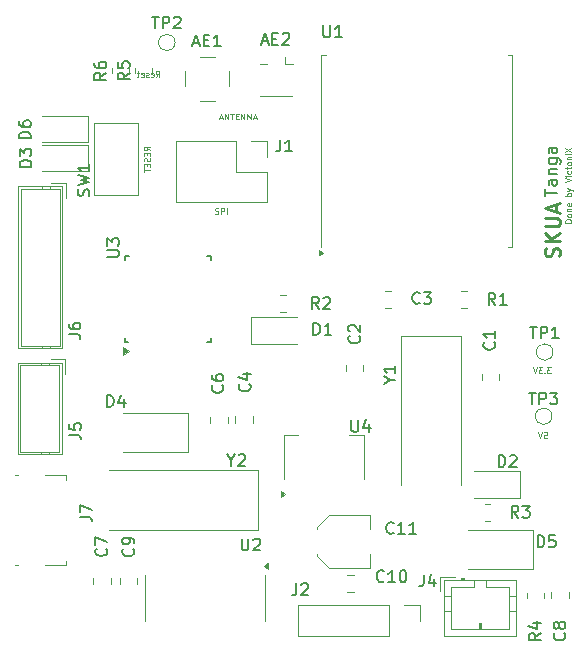
<source format=gbr>
%TF.GenerationSoftware,KiCad,Pcbnew,8.0.3-8.0.3-0~ubuntu22.04.1*%
%TF.CreationDate,2024-08-07T12:48:35+03:00*%
%TF.ProjectId,communication_body,636f6d6d-756e-4696-9361-74696f6e5f62,rev?*%
%TF.SameCoordinates,Original*%
%TF.FileFunction,Legend,Top*%
%TF.FilePolarity,Positive*%
%FSLAX46Y46*%
G04 Gerber Fmt 4.6, Leading zero omitted, Abs format (unit mm)*
G04 Created by KiCad (PCBNEW 8.0.3-8.0.3-0~ubuntu22.04.1) date 2024-08-07 12:48:35*
%MOMM*%
%LPD*%
G01*
G04 APERTURE LIST*
%ADD10C,0.127000*%
%ADD11C,0.076200*%
%ADD12C,0.254000*%
%ADD13C,0.080000*%
%ADD14C,0.150000*%
%ADD15C,0.120000*%
G04 APERTURE END LIST*
D10*
X157663056Y-89429686D02*
X157663056Y-88849114D01*
X158679056Y-89139400D02*
X157663056Y-89139400D01*
X158679056Y-88075019D02*
X158146866Y-88075019D01*
X158146866Y-88075019D02*
X158050104Y-88123400D01*
X158050104Y-88123400D02*
X158001723Y-88220162D01*
X158001723Y-88220162D02*
X158001723Y-88413686D01*
X158001723Y-88413686D02*
X158050104Y-88510448D01*
X158630676Y-88075019D02*
X158679056Y-88171781D01*
X158679056Y-88171781D02*
X158679056Y-88413686D01*
X158679056Y-88413686D02*
X158630676Y-88510448D01*
X158630676Y-88510448D02*
X158533914Y-88558829D01*
X158533914Y-88558829D02*
X158437152Y-88558829D01*
X158437152Y-88558829D02*
X158340390Y-88510448D01*
X158340390Y-88510448D02*
X158292009Y-88413686D01*
X158292009Y-88413686D02*
X158292009Y-88171781D01*
X158292009Y-88171781D02*
X158243628Y-88075019D01*
X158001723Y-87591210D02*
X158679056Y-87591210D01*
X158098485Y-87591210D02*
X158050104Y-87542829D01*
X158050104Y-87542829D02*
X158001723Y-87446067D01*
X158001723Y-87446067D02*
X158001723Y-87300924D01*
X158001723Y-87300924D02*
X158050104Y-87204162D01*
X158050104Y-87204162D02*
X158146866Y-87155781D01*
X158146866Y-87155781D02*
X158679056Y-87155781D01*
X158001723Y-86236543D02*
X158824199Y-86236543D01*
X158824199Y-86236543D02*
X158920961Y-86284924D01*
X158920961Y-86284924D02*
X158969342Y-86333305D01*
X158969342Y-86333305D02*
X159017723Y-86430067D01*
X159017723Y-86430067D02*
X159017723Y-86575210D01*
X159017723Y-86575210D02*
X158969342Y-86671972D01*
X158630676Y-86236543D02*
X158679056Y-86333305D01*
X158679056Y-86333305D02*
X158679056Y-86526829D01*
X158679056Y-86526829D02*
X158630676Y-86623591D01*
X158630676Y-86623591D02*
X158582295Y-86671972D01*
X158582295Y-86671972D02*
X158485533Y-86720353D01*
X158485533Y-86720353D02*
X158195247Y-86720353D01*
X158195247Y-86720353D02*
X158098485Y-86671972D01*
X158098485Y-86671972D02*
X158050104Y-86623591D01*
X158050104Y-86623591D02*
X158001723Y-86526829D01*
X158001723Y-86526829D02*
X158001723Y-86333305D01*
X158001723Y-86333305D02*
X158050104Y-86236543D01*
X158679056Y-85317305D02*
X158146866Y-85317305D01*
X158146866Y-85317305D02*
X158050104Y-85365686D01*
X158050104Y-85365686D02*
X158001723Y-85462448D01*
X158001723Y-85462448D02*
X158001723Y-85655972D01*
X158001723Y-85655972D02*
X158050104Y-85752734D01*
X158630676Y-85317305D02*
X158679056Y-85414067D01*
X158679056Y-85414067D02*
X158679056Y-85655972D01*
X158679056Y-85655972D02*
X158630676Y-85752734D01*
X158630676Y-85752734D02*
X158533914Y-85801115D01*
X158533914Y-85801115D02*
X158437152Y-85801115D01*
X158437152Y-85801115D02*
X158340390Y-85752734D01*
X158340390Y-85752734D02*
X158292009Y-85655972D01*
X158292009Y-85655972D02*
X158292009Y-85414067D01*
X158292009Y-85414067D02*
X158243628Y-85317305D01*
D11*
X159913867Y-91668916D02*
X159405867Y-91668916D01*
X159405867Y-91668916D02*
X159405867Y-91547964D01*
X159405867Y-91547964D02*
X159430057Y-91475392D01*
X159430057Y-91475392D02*
X159478438Y-91427011D01*
X159478438Y-91427011D02*
X159526819Y-91402821D01*
X159526819Y-91402821D02*
X159623581Y-91378630D01*
X159623581Y-91378630D02*
X159696153Y-91378630D01*
X159696153Y-91378630D02*
X159792915Y-91402821D01*
X159792915Y-91402821D02*
X159841296Y-91427011D01*
X159841296Y-91427011D02*
X159889677Y-91475392D01*
X159889677Y-91475392D02*
X159913867Y-91547964D01*
X159913867Y-91547964D02*
X159913867Y-91668916D01*
X159913867Y-91088345D02*
X159889677Y-91136726D01*
X159889677Y-91136726D02*
X159865486Y-91160916D01*
X159865486Y-91160916D02*
X159817105Y-91185107D01*
X159817105Y-91185107D02*
X159671962Y-91185107D01*
X159671962Y-91185107D02*
X159623581Y-91160916D01*
X159623581Y-91160916D02*
X159599391Y-91136726D01*
X159599391Y-91136726D02*
X159575200Y-91088345D01*
X159575200Y-91088345D02*
X159575200Y-91015773D01*
X159575200Y-91015773D02*
X159599391Y-90967392D01*
X159599391Y-90967392D02*
X159623581Y-90943202D01*
X159623581Y-90943202D02*
X159671962Y-90919011D01*
X159671962Y-90919011D02*
X159817105Y-90919011D01*
X159817105Y-90919011D02*
X159865486Y-90943202D01*
X159865486Y-90943202D02*
X159889677Y-90967392D01*
X159889677Y-90967392D02*
X159913867Y-91015773D01*
X159913867Y-91015773D02*
X159913867Y-91088345D01*
X159575200Y-90701297D02*
X159913867Y-90701297D01*
X159623581Y-90701297D02*
X159599391Y-90677107D01*
X159599391Y-90677107D02*
X159575200Y-90628726D01*
X159575200Y-90628726D02*
X159575200Y-90556154D01*
X159575200Y-90556154D02*
X159599391Y-90507773D01*
X159599391Y-90507773D02*
X159647772Y-90483583D01*
X159647772Y-90483583D02*
X159913867Y-90483583D01*
X159889677Y-90048154D02*
X159913867Y-90096535D01*
X159913867Y-90096535D02*
X159913867Y-90193297D01*
X159913867Y-90193297D02*
X159889677Y-90241678D01*
X159889677Y-90241678D02*
X159841296Y-90265869D01*
X159841296Y-90265869D02*
X159647772Y-90265869D01*
X159647772Y-90265869D02*
X159599391Y-90241678D01*
X159599391Y-90241678D02*
X159575200Y-90193297D01*
X159575200Y-90193297D02*
X159575200Y-90096535D01*
X159575200Y-90096535D02*
X159599391Y-90048154D01*
X159599391Y-90048154D02*
X159647772Y-90023964D01*
X159647772Y-90023964D02*
X159696153Y-90023964D01*
X159696153Y-90023964D02*
X159744534Y-90265869D01*
X159913867Y-89419201D02*
X159405867Y-89419201D01*
X159599391Y-89419201D02*
X159575200Y-89370820D01*
X159575200Y-89370820D02*
X159575200Y-89274058D01*
X159575200Y-89274058D02*
X159599391Y-89225677D01*
X159599391Y-89225677D02*
X159623581Y-89201487D01*
X159623581Y-89201487D02*
X159671962Y-89177296D01*
X159671962Y-89177296D02*
X159817105Y-89177296D01*
X159817105Y-89177296D02*
X159865486Y-89201487D01*
X159865486Y-89201487D02*
X159889677Y-89225677D01*
X159889677Y-89225677D02*
X159913867Y-89274058D01*
X159913867Y-89274058D02*
X159913867Y-89370820D01*
X159913867Y-89370820D02*
X159889677Y-89419201D01*
X159575200Y-89007963D02*
X159913867Y-88887011D01*
X159575200Y-88766058D02*
X159913867Y-88887011D01*
X159913867Y-88887011D02*
X160034819Y-88935392D01*
X160034819Y-88935392D02*
X160059010Y-88959582D01*
X160059010Y-88959582D02*
X160083200Y-89007963D01*
X159405867Y-88258058D02*
X159913867Y-88088724D01*
X159913867Y-88088724D02*
X159405867Y-87919391D01*
X159913867Y-87750057D02*
X159575200Y-87750057D01*
X159405867Y-87750057D02*
X159430057Y-87774248D01*
X159430057Y-87774248D02*
X159454248Y-87750057D01*
X159454248Y-87750057D02*
X159430057Y-87725867D01*
X159430057Y-87725867D02*
X159405867Y-87750057D01*
X159405867Y-87750057D02*
X159454248Y-87750057D01*
X159889677Y-87290438D02*
X159913867Y-87338819D01*
X159913867Y-87338819D02*
X159913867Y-87435581D01*
X159913867Y-87435581D02*
X159889677Y-87483962D01*
X159889677Y-87483962D02*
X159865486Y-87508152D01*
X159865486Y-87508152D02*
X159817105Y-87532343D01*
X159817105Y-87532343D02*
X159671962Y-87532343D01*
X159671962Y-87532343D02*
X159623581Y-87508152D01*
X159623581Y-87508152D02*
X159599391Y-87483962D01*
X159599391Y-87483962D02*
X159575200Y-87435581D01*
X159575200Y-87435581D02*
X159575200Y-87338819D01*
X159575200Y-87338819D02*
X159599391Y-87290438D01*
X159575200Y-87145295D02*
X159575200Y-86951771D01*
X159405867Y-87072723D02*
X159841296Y-87072723D01*
X159841296Y-87072723D02*
X159889677Y-87048533D01*
X159889677Y-87048533D02*
X159913867Y-87000152D01*
X159913867Y-87000152D02*
X159913867Y-86951771D01*
X159913867Y-86709866D02*
X159889677Y-86758247D01*
X159889677Y-86758247D02*
X159865486Y-86782437D01*
X159865486Y-86782437D02*
X159817105Y-86806628D01*
X159817105Y-86806628D02*
X159671962Y-86806628D01*
X159671962Y-86806628D02*
X159623581Y-86782437D01*
X159623581Y-86782437D02*
X159599391Y-86758247D01*
X159599391Y-86758247D02*
X159575200Y-86709866D01*
X159575200Y-86709866D02*
X159575200Y-86637294D01*
X159575200Y-86637294D02*
X159599391Y-86588913D01*
X159599391Y-86588913D02*
X159623581Y-86564723D01*
X159623581Y-86564723D02*
X159671962Y-86540532D01*
X159671962Y-86540532D02*
X159817105Y-86540532D01*
X159817105Y-86540532D02*
X159865486Y-86564723D01*
X159865486Y-86564723D02*
X159889677Y-86588913D01*
X159889677Y-86588913D02*
X159913867Y-86637294D01*
X159913867Y-86637294D02*
X159913867Y-86709866D01*
X159575200Y-86322818D02*
X159913867Y-86322818D01*
X159623581Y-86322818D02*
X159599391Y-86298628D01*
X159599391Y-86298628D02*
X159575200Y-86250247D01*
X159575200Y-86250247D02*
X159575200Y-86177675D01*
X159575200Y-86177675D02*
X159599391Y-86129294D01*
X159599391Y-86129294D02*
X159647772Y-86105104D01*
X159647772Y-86105104D02*
X159913867Y-86105104D01*
X159913867Y-85863199D02*
X159575200Y-85863199D01*
X159405867Y-85863199D02*
X159430057Y-85887390D01*
X159430057Y-85887390D02*
X159454248Y-85863199D01*
X159454248Y-85863199D02*
X159430057Y-85839009D01*
X159430057Y-85839009D02*
X159405867Y-85863199D01*
X159405867Y-85863199D02*
X159454248Y-85863199D01*
X159405867Y-85669675D02*
X159913867Y-85331008D01*
X159405867Y-85331008D02*
X159913867Y-85669675D01*
D12*
X158880892Y-94540990D02*
X158941368Y-94359561D01*
X158941368Y-94359561D02*
X158941368Y-94057180D01*
X158941368Y-94057180D02*
X158880892Y-93936228D01*
X158880892Y-93936228D02*
X158820415Y-93875752D01*
X158820415Y-93875752D02*
X158699463Y-93815275D01*
X158699463Y-93815275D02*
X158578511Y-93815275D01*
X158578511Y-93815275D02*
X158457558Y-93875752D01*
X158457558Y-93875752D02*
X158397082Y-93936228D01*
X158397082Y-93936228D02*
X158336606Y-94057180D01*
X158336606Y-94057180D02*
X158276130Y-94299085D01*
X158276130Y-94299085D02*
X158215653Y-94420037D01*
X158215653Y-94420037D02*
X158155177Y-94480514D01*
X158155177Y-94480514D02*
X158034225Y-94540990D01*
X158034225Y-94540990D02*
X157913272Y-94540990D01*
X157913272Y-94540990D02*
X157792320Y-94480514D01*
X157792320Y-94480514D02*
X157731844Y-94420037D01*
X157731844Y-94420037D02*
X157671368Y-94299085D01*
X157671368Y-94299085D02*
X157671368Y-93996704D01*
X157671368Y-93996704D02*
X157731844Y-93815275D01*
X158941368Y-93270990D02*
X157671368Y-93270990D01*
X158941368Y-92545275D02*
X158215653Y-93089561D01*
X157671368Y-92545275D02*
X158397082Y-93270990D01*
X157671368Y-92000990D02*
X158699463Y-92000990D01*
X158699463Y-92000990D02*
X158820415Y-91940513D01*
X158820415Y-91940513D02*
X158880892Y-91880037D01*
X158880892Y-91880037D02*
X158941368Y-91759085D01*
X158941368Y-91759085D02*
X158941368Y-91517180D01*
X158941368Y-91517180D02*
X158880892Y-91396228D01*
X158880892Y-91396228D02*
X158820415Y-91335751D01*
X158820415Y-91335751D02*
X158699463Y-91275275D01*
X158699463Y-91275275D02*
X157671368Y-91275275D01*
X158578511Y-90730990D02*
X158578511Y-90126228D01*
X158941368Y-90851942D02*
X157671368Y-90428609D01*
X157671368Y-90428609D02*
X158941368Y-90005275D01*
D13*
X129747869Y-90910840D02*
X129819297Y-90934649D01*
X129819297Y-90934649D02*
X129938345Y-90934649D01*
X129938345Y-90934649D02*
X129985964Y-90910840D01*
X129985964Y-90910840D02*
X130009773Y-90887030D01*
X130009773Y-90887030D02*
X130033583Y-90839411D01*
X130033583Y-90839411D02*
X130033583Y-90791792D01*
X130033583Y-90791792D02*
X130009773Y-90744173D01*
X130009773Y-90744173D02*
X129985964Y-90720363D01*
X129985964Y-90720363D02*
X129938345Y-90696554D01*
X129938345Y-90696554D02*
X129843107Y-90672744D01*
X129843107Y-90672744D02*
X129795488Y-90648935D01*
X129795488Y-90648935D02*
X129771678Y-90625125D01*
X129771678Y-90625125D02*
X129747869Y-90577506D01*
X129747869Y-90577506D02*
X129747869Y-90529887D01*
X129747869Y-90529887D02*
X129771678Y-90482268D01*
X129771678Y-90482268D02*
X129795488Y-90458459D01*
X129795488Y-90458459D02*
X129843107Y-90434649D01*
X129843107Y-90434649D02*
X129962154Y-90434649D01*
X129962154Y-90434649D02*
X130033583Y-90458459D01*
X130247868Y-90934649D02*
X130247868Y-90434649D01*
X130247868Y-90434649D02*
X130438344Y-90434649D01*
X130438344Y-90434649D02*
X130485963Y-90458459D01*
X130485963Y-90458459D02*
X130509773Y-90482268D01*
X130509773Y-90482268D02*
X130533582Y-90529887D01*
X130533582Y-90529887D02*
X130533582Y-90601316D01*
X130533582Y-90601316D02*
X130509773Y-90648935D01*
X130509773Y-90648935D02*
X130485963Y-90672744D01*
X130485963Y-90672744D02*
X130438344Y-90696554D01*
X130438344Y-90696554D02*
X130247868Y-90696554D01*
X130747868Y-90934649D02*
X130747868Y-90434649D01*
X158175940Y-103934649D02*
X157866416Y-103934649D01*
X157866416Y-103934649D02*
X158033083Y-104125125D01*
X158033083Y-104125125D02*
X157961654Y-104125125D01*
X157961654Y-104125125D02*
X157914035Y-104148935D01*
X157914035Y-104148935D02*
X157890226Y-104172744D01*
X157890226Y-104172744D02*
X157866416Y-104220363D01*
X157866416Y-104220363D02*
X157866416Y-104339411D01*
X157866416Y-104339411D02*
X157890226Y-104387030D01*
X157890226Y-104387030D02*
X157914035Y-104410840D01*
X157914035Y-104410840D02*
X157961654Y-104434649D01*
X157961654Y-104434649D02*
X158104511Y-104434649D01*
X158104511Y-104434649D02*
X158152130Y-104410840D01*
X158152130Y-104410840D02*
X158175940Y-104387030D01*
X157652131Y-104387030D02*
X157628321Y-104410840D01*
X157628321Y-104410840D02*
X157652131Y-104434649D01*
X157652131Y-104434649D02*
X157675940Y-104410840D01*
X157675940Y-104410840D02*
X157652131Y-104387030D01*
X157652131Y-104387030D02*
X157652131Y-104434649D01*
X157461655Y-103934649D02*
X157152131Y-103934649D01*
X157152131Y-103934649D02*
X157318798Y-104125125D01*
X157318798Y-104125125D02*
X157247369Y-104125125D01*
X157247369Y-104125125D02*
X157199750Y-104148935D01*
X157199750Y-104148935D02*
X157175941Y-104172744D01*
X157175941Y-104172744D02*
X157152131Y-104220363D01*
X157152131Y-104220363D02*
X157152131Y-104339411D01*
X157152131Y-104339411D02*
X157175941Y-104387030D01*
X157175941Y-104387030D02*
X157199750Y-104410840D01*
X157199750Y-104410840D02*
X157247369Y-104434649D01*
X157247369Y-104434649D02*
X157390226Y-104434649D01*
X157390226Y-104434649D02*
X157437845Y-104410840D01*
X157437845Y-104410840D02*
X157461655Y-104387030D01*
X157009274Y-103934649D02*
X156842608Y-104434649D01*
X156842608Y-104434649D02*
X156675941Y-103934649D01*
X124742607Y-79334649D02*
X124909273Y-79096554D01*
X125028321Y-79334649D02*
X125028321Y-78834649D01*
X125028321Y-78834649D02*
X124837845Y-78834649D01*
X124837845Y-78834649D02*
X124790226Y-78858459D01*
X124790226Y-78858459D02*
X124766416Y-78882268D01*
X124766416Y-78882268D02*
X124742607Y-78929887D01*
X124742607Y-78929887D02*
X124742607Y-79001316D01*
X124742607Y-79001316D02*
X124766416Y-79048935D01*
X124766416Y-79048935D02*
X124790226Y-79072744D01*
X124790226Y-79072744D02*
X124837845Y-79096554D01*
X124837845Y-79096554D02*
X125028321Y-79096554D01*
X124337845Y-79310840D02*
X124385464Y-79334649D01*
X124385464Y-79334649D02*
X124480702Y-79334649D01*
X124480702Y-79334649D02*
X124528321Y-79310840D01*
X124528321Y-79310840D02*
X124552130Y-79263220D01*
X124552130Y-79263220D02*
X124552130Y-79072744D01*
X124552130Y-79072744D02*
X124528321Y-79025125D01*
X124528321Y-79025125D02*
X124480702Y-79001316D01*
X124480702Y-79001316D02*
X124385464Y-79001316D01*
X124385464Y-79001316D02*
X124337845Y-79025125D01*
X124337845Y-79025125D02*
X124314035Y-79072744D01*
X124314035Y-79072744D02*
X124314035Y-79120363D01*
X124314035Y-79120363D02*
X124552130Y-79167982D01*
X124123559Y-79310840D02*
X124075940Y-79334649D01*
X124075940Y-79334649D02*
X123980702Y-79334649D01*
X123980702Y-79334649D02*
X123933083Y-79310840D01*
X123933083Y-79310840D02*
X123909274Y-79263220D01*
X123909274Y-79263220D02*
X123909274Y-79239411D01*
X123909274Y-79239411D02*
X123933083Y-79191792D01*
X123933083Y-79191792D02*
X123980702Y-79167982D01*
X123980702Y-79167982D02*
X124052131Y-79167982D01*
X124052131Y-79167982D02*
X124099750Y-79144173D01*
X124099750Y-79144173D02*
X124123559Y-79096554D01*
X124123559Y-79096554D02*
X124123559Y-79072744D01*
X124123559Y-79072744D02*
X124099750Y-79025125D01*
X124099750Y-79025125D02*
X124052131Y-79001316D01*
X124052131Y-79001316D02*
X123980702Y-79001316D01*
X123980702Y-79001316D02*
X123933083Y-79025125D01*
X123504512Y-79310840D02*
X123552131Y-79334649D01*
X123552131Y-79334649D02*
X123647369Y-79334649D01*
X123647369Y-79334649D02*
X123694988Y-79310840D01*
X123694988Y-79310840D02*
X123718797Y-79263220D01*
X123718797Y-79263220D02*
X123718797Y-79072744D01*
X123718797Y-79072744D02*
X123694988Y-79025125D01*
X123694988Y-79025125D02*
X123647369Y-79001316D01*
X123647369Y-79001316D02*
X123552131Y-79001316D01*
X123552131Y-79001316D02*
X123504512Y-79025125D01*
X123504512Y-79025125D02*
X123480702Y-79072744D01*
X123480702Y-79072744D02*
X123480702Y-79120363D01*
X123480702Y-79120363D02*
X123718797Y-79167982D01*
X123337845Y-79001316D02*
X123147369Y-79001316D01*
X123266417Y-78834649D02*
X123266417Y-79263220D01*
X123266417Y-79263220D02*
X123242607Y-79310840D01*
X123242607Y-79310840D02*
X123194988Y-79334649D01*
X123194988Y-79334649D02*
X123147369Y-79334649D01*
X157590226Y-109434649D02*
X157828321Y-109434649D01*
X157828321Y-109434649D02*
X157852130Y-109672744D01*
X157852130Y-109672744D02*
X157828321Y-109648935D01*
X157828321Y-109648935D02*
X157780702Y-109625125D01*
X157780702Y-109625125D02*
X157661654Y-109625125D01*
X157661654Y-109625125D02*
X157614035Y-109648935D01*
X157614035Y-109648935D02*
X157590226Y-109672744D01*
X157590226Y-109672744D02*
X157566416Y-109720363D01*
X157566416Y-109720363D02*
X157566416Y-109839411D01*
X157566416Y-109839411D02*
X157590226Y-109887030D01*
X157590226Y-109887030D02*
X157614035Y-109910840D01*
X157614035Y-109910840D02*
X157661654Y-109934649D01*
X157661654Y-109934649D02*
X157780702Y-109934649D01*
X157780702Y-109934649D02*
X157828321Y-109910840D01*
X157828321Y-109910840D02*
X157852130Y-109887030D01*
X157423559Y-109434649D02*
X157256893Y-109934649D01*
X157256893Y-109934649D02*
X157090226Y-109434649D01*
X130147869Y-82791792D02*
X130385964Y-82791792D01*
X130100250Y-82934649D02*
X130266916Y-82434649D01*
X130266916Y-82434649D02*
X130433583Y-82934649D01*
X130600249Y-82934649D02*
X130600249Y-82434649D01*
X130600249Y-82434649D02*
X130885963Y-82934649D01*
X130885963Y-82934649D02*
X130885963Y-82434649D01*
X131052631Y-82434649D02*
X131338345Y-82434649D01*
X131195488Y-82934649D02*
X131195488Y-82434649D01*
X131505011Y-82672744D02*
X131671678Y-82672744D01*
X131743106Y-82934649D02*
X131505011Y-82934649D01*
X131505011Y-82934649D02*
X131505011Y-82434649D01*
X131505011Y-82434649D02*
X131743106Y-82434649D01*
X131957392Y-82934649D02*
X131957392Y-82434649D01*
X131957392Y-82434649D02*
X132243106Y-82934649D01*
X132243106Y-82934649D02*
X132243106Y-82434649D01*
X132481202Y-82934649D02*
X132481202Y-82434649D01*
X132481202Y-82434649D02*
X132766916Y-82934649D01*
X132766916Y-82934649D02*
X132766916Y-82434649D01*
X132981203Y-82791792D02*
X133219298Y-82791792D01*
X132933584Y-82934649D02*
X133100250Y-82434649D01*
X133100250Y-82434649D02*
X133266917Y-82934649D01*
X124234649Y-85557392D02*
X123996554Y-85390726D01*
X124234649Y-85271678D02*
X123734649Y-85271678D01*
X123734649Y-85271678D02*
X123734649Y-85462154D01*
X123734649Y-85462154D02*
X123758459Y-85509773D01*
X123758459Y-85509773D02*
X123782268Y-85533583D01*
X123782268Y-85533583D02*
X123829887Y-85557392D01*
X123829887Y-85557392D02*
X123901316Y-85557392D01*
X123901316Y-85557392D02*
X123948935Y-85533583D01*
X123948935Y-85533583D02*
X123972744Y-85509773D01*
X123972744Y-85509773D02*
X123996554Y-85462154D01*
X123996554Y-85462154D02*
X123996554Y-85271678D01*
X123972744Y-85771678D02*
X123972744Y-85938345D01*
X124234649Y-86009773D02*
X124234649Y-85771678D01*
X124234649Y-85771678D02*
X123734649Y-85771678D01*
X123734649Y-85771678D02*
X123734649Y-86009773D01*
X124210840Y-86200250D02*
X124234649Y-86271678D01*
X124234649Y-86271678D02*
X124234649Y-86390726D01*
X124234649Y-86390726D02*
X124210840Y-86438345D01*
X124210840Y-86438345D02*
X124187030Y-86462154D01*
X124187030Y-86462154D02*
X124139411Y-86485964D01*
X124139411Y-86485964D02*
X124091792Y-86485964D01*
X124091792Y-86485964D02*
X124044173Y-86462154D01*
X124044173Y-86462154D02*
X124020363Y-86438345D01*
X124020363Y-86438345D02*
X123996554Y-86390726D01*
X123996554Y-86390726D02*
X123972744Y-86295488D01*
X123972744Y-86295488D02*
X123948935Y-86247869D01*
X123948935Y-86247869D02*
X123925125Y-86224059D01*
X123925125Y-86224059D02*
X123877506Y-86200250D01*
X123877506Y-86200250D02*
X123829887Y-86200250D01*
X123829887Y-86200250D02*
X123782268Y-86224059D01*
X123782268Y-86224059D02*
X123758459Y-86247869D01*
X123758459Y-86247869D02*
X123734649Y-86295488D01*
X123734649Y-86295488D02*
X123734649Y-86414535D01*
X123734649Y-86414535D02*
X123758459Y-86485964D01*
X123972744Y-86700249D02*
X123972744Y-86866916D01*
X124234649Y-86938344D02*
X124234649Y-86700249D01*
X124234649Y-86700249D02*
X123734649Y-86700249D01*
X123734649Y-86700249D02*
X123734649Y-86938344D01*
X123734649Y-87081202D02*
X123734649Y-87366916D01*
X124234649Y-87224059D02*
X123734649Y-87224059D01*
D14*
X117399819Y-109648333D02*
X118114104Y-109648333D01*
X118114104Y-109648333D02*
X118256961Y-109695952D01*
X118256961Y-109695952D02*
X118352200Y-109791190D01*
X118352200Y-109791190D02*
X118399819Y-109934047D01*
X118399819Y-109934047D02*
X118399819Y-110029285D01*
X117399819Y-108695952D02*
X117399819Y-109172142D01*
X117399819Y-109172142D02*
X117876009Y-109219761D01*
X117876009Y-109219761D02*
X117828390Y-109172142D01*
X117828390Y-109172142D02*
X117780771Y-109076904D01*
X117780771Y-109076904D02*
X117780771Y-108838809D01*
X117780771Y-108838809D02*
X117828390Y-108743571D01*
X117828390Y-108743571D02*
X117876009Y-108695952D01*
X117876009Y-108695952D02*
X117971247Y-108648333D01*
X117971247Y-108648333D02*
X118209342Y-108648333D01*
X118209342Y-108648333D02*
X118304580Y-108695952D01*
X118304580Y-108695952D02*
X118352200Y-108743571D01*
X118352200Y-108743571D02*
X118399819Y-108838809D01*
X118399819Y-108838809D02*
X118399819Y-109076904D01*
X118399819Y-109076904D02*
X118352200Y-109172142D01*
X118352200Y-109172142D02*
X118304580Y-109219761D01*
X147401666Y-121479819D02*
X147401666Y-122194104D01*
X147401666Y-122194104D02*
X147354047Y-122336961D01*
X147354047Y-122336961D02*
X147258809Y-122432200D01*
X147258809Y-122432200D02*
X147115952Y-122479819D01*
X147115952Y-122479819D02*
X147020714Y-122479819D01*
X148306428Y-121813152D02*
X148306428Y-122479819D01*
X148068333Y-121432200D02*
X147830238Y-122146485D01*
X147830238Y-122146485D02*
X148449285Y-122146485D01*
X144867142Y-117934580D02*
X144819523Y-117982200D01*
X144819523Y-117982200D02*
X144676666Y-118029819D01*
X144676666Y-118029819D02*
X144581428Y-118029819D01*
X144581428Y-118029819D02*
X144438571Y-117982200D01*
X144438571Y-117982200D02*
X144343333Y-117886961D01*
X144343333Y-117886961D02*
X144295714Y-117791723D01*
X144295714Y-117791723D02*
X144248095Y-117601247D01*
X144248095Y-117601247D02*
X144248095Y-117458390D01*
X144248095Y-117458390D02*
X144295714Y-117267914D01*
X144295714Y-117267914D02*
X144343333Y-117172676D01*
X144343333Y-117172676D02*
X144438571Y-117077438D01*
X144438571Y-117077438D02*
X144581428Y-117029819D01*
X144581428Y-117029819D02*
X144676666Y-117029819D01*
X144676666Y-117029819D02*
X144819523Y-117077438D01*
X144819523Y-117077438D02*
X144867142Y-117125057D01*
X145819523Y-118029819D02*
X145248095Y-118029819D01*
X145533809Y-118029819D02*
X145533809Y-117029819D01*
X145533809Y-117029819D02*
X145438571Y-117172676D01*
X145438571Y-117172676D02*
X145343333Y-117267914D01*
X145343333Y-117267914D02*
X145248095Y-117315533D01*
X146771904Y-118029819D02*
X146200476Y-118029819D01*
X146486190Y-118029819D02*
X146486190Y-117029819D01*
X146486190Y-117029819D02*
X146390952Y-117172676D01*
X146390952Y-117172676D02*
X146295714Y-117267914D01*
X146295714Y-117267914D02*
X146200476Y-117315533D01*
X157319819Y-126431666D02*
X156843628Y-126764999D01*
X157319819Y-127003094D02*
X156319819Y-127003094D01*
X156319819Y-127003094D02*
X156319819Y-126622142D01*
X156319819Y-126622142D02*
X156367438Y-126526904D01*
X156367438Y-126526904D02*
X156415057Y-126479285D01*
X156415057Y-126479285D02*
X156510295Y-126431666D01*
X156510295Y-126431666D02*
X156653152Y-126431666D01*
X156653152Y-126431666D02*
X156748390Y-126479285D01*
X156748390Y-126479285D02*
X156796009Y-126526904D01*
X156796009Y-126526904D02*
X156843628Y-126622142D01*
X156843628Y-126622142D02*
X156843628Y-127003094D01*
X156653152Y-125574523D02*
X157319819Y-125574523D01*
X156272200Y-125812618D02*
X156986485Y-126050713D01*
X156986485Y-126050713D02*
X156986485Y-125431666D01*
X133708333Y-76324104D02*
X134184523Y-76324104D01*
X133613095Y-76609819D02*
X133946428Y-75609819D01*
X133946428Y-75609819D02*
X134279761Y-76609819D01*
X134613095Y-76086009D02*
X134946428Y-76086009D01*
X135089285Y-76609819D02*
X134613095Y-76609819D01*
X134613095Y-76609819D02*
X134613095Y-75609819D01*
X134613095Y-75609819D02*
X135089285Y-75609819D01*
X135470238Y-75705057D02*
X135517857Y-75657438D01*
X135517857Y-75657438D02*
X135613095Y-75609819D01*
X135613095Y-75609819D02*
X135851190Y-75609819D01*
X135851190Y-75609819D02*
X135946428Y-75657438D01*
X135946428Y-75657438D02*
X135994047Y-75705057D01*
X135994047Y-75705057D02*
X136041666Y-75800295D01*
X136041666Y-75800295D02*
X136041666Y-75895533D01*
X136041666Y-75895533D02*
X135994047Y-76038390D01*
X135994047Y-76038390D02*
X135422619Y-76609819D01*
X135422619Y-76609819D02*
X136041666Y-76609819D01*
X119072200Y-89398332D02*
X119119819Y-89255475D01*
X119119819Y-89255475D02*
X119119819Y-89017380D01*
X119119819Y-89017380D02*
X119072200Y-88922142D01*
X119072200Y-88922142D02*
X119024580Y-88874523D01*
X119024580Y-88874523D02*
X118929342Y-88826904D01*
X118929342Y-88826904D02*
X118834104Y-88826904D01*
X118834104Y-88826904D02*
X118738866Y-88874523D01*
X118738866Y-88874523D02*
X118691247Y-88922142D01*
X118691247Y-88922142D02*
X118643628Y-89017380D01*
X118643628Y-89017380D02*
X118596009Y-89207856D01*
X118596009Y-89207856D02*
X118548390Y-89303094D01*
X118548390Y-89303094D02*
X118500771Y-89350713D01*
X118500771Y-89350713D02*
X118405533Y-89398332D01*
X118405533Y-89398332D02*
X118310295Y-89398332D01*
X118310295Y-89398332D02*
X118215057Y-89350713D01*
X118215057Y-89350713D02*
X118167438Y-89303094D01*
X118167438Y-89303094D02*
X118119819Y-89207856D01*
X118119819Y-89207856D02*
X118119819Y-88969761D01*
X118119819Y-88969761D02*
X118167438Y-88826904D01*
X118119819Y-88493570D02*
X119119819Y-88255475D01*
X119119819Y-88255475D02*
X118405533Y-88064999D01*
X118405533Y-88064999D02*
X119119819Y-87874523D01*
X119119819Y-87874523D02*
X118119819Y-87636428D01*
X119119819Y-86731666D02*
X119119819Y-87303094D01*
X119119819Y-87017380D02*
X118119819Y-87017380D01*
X118119819Y-87017380D02*
X118262676Y-87112618D01*
X118262676Y-87112618D02*
X118357914Y-87207856D01*
X118357914Y-87207856D02*
X118405533Y-87303094D01*
X132003095Y-118419819D02*
X132003095Y-119229342D01*
X132003095Y-119229342D02*
X132050714Y-119324580D01*
X132050714Y-119324580D02*
X132098333Y-119372200D01*
X132098333Y-119372200D02*
X132193571Y-119419819D01*
X132193571Y-119419819D02*
X132384047Y-119419819D01*
X132384047Y-119419819D02*
X132479285Y-119372200D01*
X132479285Y-119372200D02*
X132526904Y-119324580D01*
X132526904Y-119324580D02*
X132574523Y-119229342D01*
X132574523Y-119229342D02*
X132574523Y-118419819D01*
X133003095Y-118515057D02*
X133050714Y-118467438D01*
X133050714Y-118467438D02*
X133145952Y-118419819D01*
X133145952Y-118419819D02*
X133384047Y-118419819D01*
X133384047Y-118419819D02*
X133479285Y-118467438D01*
X133479285Y-118467438D02*
X133526904Y-118515057D01*
X133526904Y-118515057D02*
X133574523Y-118610295D01*
X133574523Y-118610295D02*
X133574523Y-118705533D01*
X133574523Y-118705533D02*
X133526904Y-118848390D01*
X133526904Y-118848390D02*
X132955476Y-119419819D01*
X132955476Y-119419819D02*
X133574523Y-119419819D01*
X155433333Y-116654819D02*
X155100000Y-116178628D01*
X154861905Y-116654819D02*
X154861905Y-115654819D01*
X154861905Y-115654819D02*
X155242857Y-115654819D01*
X155242857Y-115654819D02*
X155338095Y-115702438D01*
X155338095Y-115702438D02*
X155385714Y-115750057D01*
X155385714Y-115750057D02*
X155433333Y-115845295D01*
X155433333Y-115845295D02*
X155433333Y-115988152D01*
X155433333Y-115988152D02*
X155385714Y-116083390D01*
X155385714Y-116083390D02*
X155338095Y-116131009D01*
X155338095Y-116131009D02*
X155242857Y-116178628D01*
X155242857Y-116178628D02*
X154861905Y-116178628D01*
X155766667Y-115654819D02*
X156385714Y-115654819D01*
X156385714Y-115654819D02*
X156052381Y-116035771D01*
X156052381Y-116035771D02*
X156195238Y-116035771D01*
X156195238Y-116035771D02*
X156290476Y-116083390D01*
X156290476Y-116083390D02*
X156338095Y-116131009D01*
X156338095Y-116131009D02*
X156385714Y-116226247D01*
X156385714Y-116226247D02*
X156385714Y-116464342D01*
X156385714Y-116464342D02*
X156338095Y-116559580D01*
X156338095Y-116559580D02*
X156290476Y-116607200D01*
X156290476Y-116607200D02*
X156195238Y-116654819D01*
X156195238Y-116654819D02*
X155909524Y-116654819D01*
X155909524Y-116654819D02*
X155814286Y-116607200D01*
X155814286Y-116607200D02*
X155766667Y-116559580D01*
X117354819Y-101133333D02*
X118069104Y-101133333D01*
X118069104Y-101133333D02*
X118211961Y-101180952D01*
X118211961Y-101180952D02*
X118307200Y-101276190D01*
X118307200Y-101276190D02*
X118354819Y-101419047D01*
X118354819Y-101419047D02*
X118354819Y-101514285D01*
X117354819Y-100228571D02*
X117354819Y-100419047D01*
X117354819Y-100419047D02*
X117402438Y-100514285D01*
X117402438Y-100514285D02*
X117450057Y-100561904D01*
X117450057Y-100561904D02*
X117592914Y-100657142D01*
X117592914Y-100657142D02*
X117783390Y-100704761D01*
X117783390Y-100704761D02*
X118164342Y-100704761D01*
X118164342Y-100704761D02*
X118259580Y-100657142D01*
X118259580Y-100657142D02*
X118307200Y-100609523D01*
X118307200Y-100609523D02*
X118354819Y-100514285D01*
X118354819Y-100514285D02*
X118354819Y-100323809D01*
X118354819Y-100323809D02*
X118307200Y-100228571D01*
X118307200Y-100228571D02*
X118259580Y-100180952D01*
X118259580Y-100180952D02*
X118164342Y-100133333D01*
X118164342Y-100133333D02*
X117926247Y-100133333D01*
X117926247Y-100133333D02*
X117831009Y-100180952D01*
X117831009Y-100180952D02*
X117783390Y-100228571D01*
X117783390Y-100228571D02*
X117735771Y-100323809D01*
X117735771Y-100323809D02*
X117735771Y-100514285D01*
X117735771Y-100514285D02*
X117783390Y-100609523D01*
X117783390Y-100609523D02*
X117831009Y-100657142D01*
X117831009Y-100657142D02*
X117926247Y-100704761D01*
X138076905Y-101169819D02*
X138076905Y-100169819D01*
X138076905Y-100169819D02*
X138315000Y-100169819D01*
X138315000Y-100169819D02*
X138457857Y-100217438D01*
X138457857Y-100217438D02*
X138553095Y-100312676D01*
X138553095Y-100312676D02*
X138600714Y-100407914D01*
X138600714Y-100407914D02*
X138648333Y-100598390D01*
X138648333Y-100598390D02*
X138648333Y-100741247D01*
X138648333Y-100741247D02*
X138600714Y-100931723D01*
X138600714Y-100931723D02*
X138553095Y-101026961D01*
X138553095Y-101026961D02*
X138457857Y-101122200D01*
X138457857Y-101122200D02*
X138315000Y-101169819D01*
X138315000Y-101169819D02*
X138076905Y-101169819D01*
X139600714Y-101169819D02*
X139029286Y-101169819D01*
X139315000Y-101169819D02*
X139315000Y-100169819D01*
X139315000Y-100169819D02*
X139219762Y-100312676D01*
X139219762Y-100312676D02*
X139124524Y-100407914D01*
X139124524Y-100407914D02*
X139029286Y-100455533D01*
X135271666Y-84639819D02*
X135271666Y-85354104D01*
X135271666Y-85354104D02*
X135224047Y-85496961D01*
X135224047Y-85496961D02*
X135128809Y-85592200D01*
X135128809Y-85592200D02*
X134985952Y-85639819D01*
X134985952Y-85639819D02*
X134890714Y-85639819D01*
X136271666Y-85639819D02*
X135700238Y-85639819D01*
X135985952Y-85639819D02*
X135985952Y-84639819D01*
X135985952Y-84639819D02*
X135890714Y-84782676D01*
X135890714Y-84782676D02*
X135795476Y-84877914D01*
X135795476Y-84877914D02*
X135700238Y-84925533D01*
X156313095Y-106071819D02*
X156884523Y-106071819D01*
X156598809Y-107071819D02*
X156598809Y-106071819D01*
X157217857Y-107071819D02*
X157217857Y-106071819D01*
X157217857Y-106071819D02*
X157598809Y-106071819D01*
X157598809Y-106071819D02*
X157694047Y-106119438D01*
X157694047Y-106119438D02*
X157741666Y-106167057D01*
X157741666Y-106167057D02*
X157789285Y-106262295D01*
X157789285Y-106262295D02*
X157789285Y-106405152D01*
X157789285Y-106405152D02*
X157741666Y-106500390D01*
X157741666Y-106500390D02*
X157694047Y-106548009D01*
X157694047Y-106548009D02*
X157598809Y-106595628D01*
X157598809Y-106595628D02*
X157217857Y-106595628D01*
X158122619Y-106071819D02*
X158741666Y-106071819D01*
X158741666Y-106071819D02*
X158408333Y-106452771D01*
X158408333Y-106452771D02*
X158551190Y-106452771D01*
X158551190Y-106452771D02*
X158646428Y-106500390D01*
X158646428Y-106500390D02*
X158694047Y-106548009D01*
X158694047Y-106548009D02*
X158741666Y-106643247D01*
X158741666Y-106643247D02*
X158741666Y-106881342D01*
X158741666Y-106881342D02*
X158694047Y-106976580D01*
X158694047Y-106976580D02*
X158646428Y-107024200D01*
X158646428Y-107024200D02*
X158551190Y-107071819D01*
X158551190Y-107071819D02*
X158265476Y-107071819D01*
X158265476Y-107071819D02*
X158170238Y-107024200D01*
X158170238Y-107024200D02*
X158122619Y-106976580D01*
X124408095Y-74224819D02*
X124979523Y-74224819D01*
X124693809Y-75224819D02*
X124693809Y-74224819D01*
X125312857Y-75224819D02*
X125312857Y-74224819D01*
X125312857Y-74224819D02*
X125693809Y-74224819D01*
X125693809Y-74224819D02*
X125789047Y-74272438D01*
X125789047Y-74272438D02*
X125836666Y-74320057D01*
X125836666Y-74320057D02*
X125884285Y-74415295D01*
X125884285Y-74415295D02*
X125884285Y-74558152D01*
X125884285Y-74558152D02*
X125836666Y-74653390D01*
X125836666Y-74653390D02*
X125789047Y-74701009D01*
X125789047Y-74701009D02*
X125693809Y-74748628D01*
X125693809Y-74748628D02*
X125312857Y-74748628D01*
X126265238Y-74320057D02*
X126312857Y-74272438D01*
X126312857Y-74272438D02*
X126408095Y-74224819D01*
X126408095Y-74224819D02*
X126646190Y-74224819D01*
X126646190Y-74224819D02*
X126741428Y-74272438D01*
X126741428Y-74272438D02*
X126789047Y-74320057D01*
X126789047Y-74320057D02*
X126836666Y-74415295D01*
X126836666Y-74415295D02*
X126836666Y-74510533D01*
X126836666Y-74510533D02*
X126789047Y-74653390D01*
X126789047Y-74653390D02*
X126217619Y-75224819D01*
X126217619Y-75224819D02*
X126836666Y-75224819D01*
X157056905Y-119159819D02*
X157056905Y-118159819D01*
X157056905Y-118159819D02*
X157295000Y-118159819D01*
X157295000Y-118159819D02*
X157437857Y-118207438D01*
X157437857Y-118207438D02*
X157533095Y-118302676D01*
X157533095Y-118302676D02*
X157580714Y-118397914D01*
X157580714Y-118397914D02*
X157628333Y-118588390D01*
X157628333Y-118588390D02*
X157628333Y-118731247D01*
X157628333Y-118731247D02*
X157580714Y-118921723D01*
X157580714Y-118921723D02*
X157533095Y-119016961D01*
X157533095Y-119016961D02*
X157437857Y-119112200D01*
X157437857Y-119112200D02*
X157295000Y-119159819D01*
X157295000Y-119159819D02*
X157056905Y-119159819D01*
X158533095Y-118159819D02*
X158056905Y-118159819D01*
X158056905Y-118159819D02*
X158009286Y-118636009D01*
X158009286Y-118636009D02*
X158056905Y-118588390D01*
X158056905Y-118588390D02*
X158152143Y-118540771D01*
X158152143Y-118540771D02*
X158390238Y-118540771D01*
X158390238Y-118540771D02*
X158485476Y-118588390D01*
X158485476Y-118588390D02*
X158533095Y-118636009D01*
X158533095Y-118636009D02*
X158580714Y-118731247D01*
X158580714Y-118731247D02*
X158580714Y-118969342D01*
X158580714Y-118969342D02*
X158533095Y-119064580D01*
X158533095Y-119064580D02*
X158485476Y-119112200D01*
X158485476Y-119112200D02*
X158390238Y-119159819D01*
X158390238Y-119159819D02*
X158152143Y-119159819D01*
X158152143Y-119159819D02*
X158056905Y-119112200D01*
X158056905Y-119112200D02*
X158009286Y-119064580D01*
X144042142Y-122014580D02*
X143994523Y-122062200D01*
X143994523Y-122062200D02*
X143851666Y-122109819D01*
X143851666Y-122109819D02*
X143756428Y-122109819D01*
X143756428Y-122109819D02*
X143613571Y-122062200D01*
X143613571Y-122062200D02*
X143518333Y-121966961D01*
X143518333Y-121966961D02*
X143470714Y-121871723D01*
X143470714Y-121871723D02*
X143423095Y-121681247D01*
X143423095Y-121681247D02*
X143423095Y-121538390D01*
X143423095Y-121538390D02*
X143470714Y-121347914D01*
X143470714Y-121347914D02*
X143518333Y-121252676D01*
X143518333Y-121252676D02*
X143613571Y-121157438D01*
X143613571Y-121157438D02*
X143756428Y-121109819D01*
X143756428Y-121109819D02*
X143851666Y-121109819D01*
X143851666Y-121109819D02*
X143994523Y-121157438D01*
X143994523Y-121157438D02*
X144042142Y-121205057D01*
X144994523Y-122109819D02*
X144423095Y-122109819D01*
X144708809Y-122109819D02*
X144708809Y-121109819D01*
X144708809Y-121109819D02*
X144613571Y-121252676D01*
X144613571Y-121252676D02*
X144518333Y-121347914D01*
X144518333Y-121347914D02*
X144423095Y-121395533D01*
X145613571Y-121109819D02*
X145708809Y-121109819D01*
X145708809Y-121109819D02*
X145804047Y-121157438D01*
X145804047Y-121157438D02*
X145851666Y-121205057D01*
X145851666Y-121205057D02*
X145899285Y-121300295D01*
X145899285Y-121300295D02*
X145946904Y-121490771D01*
X145946904Y-121490771D02*
X145946904Y-121728866D01*
X145946904Y-121728866D02*
X145899285Y-121919342D01*
X145899285Y-121919342D02*
X145851666Y-122014580D01*
X145851666Y-122014580D02*
X145804047Y-122062200D01*
X145804047Y-122062200D02*
X145708809Y-122109819D01*
X145708809Y-122109819D02*
X145613571Y-122109819D01*
X145613571Y-122109819D02*
X145518333Y-122062200D01*
X145518333Y-122062200D02*
X145470714Y-122014580D01*
X145470714Y-122014580D02*
X145423095Y-121919342D01*
X145423095Y-121919342D02*
X145375476Y-121728866D01*
X145375476Y-121728866D02*
X145375476Y-121490771D01*
X145375476Y-121490771D02*
X145423095Y-121300295D01*
X145423095Y-121300295D02*
X145470714Y-121205057D01*
X145470714Y-121205057D02*
X145518333Y-121157438D01*
X145518333Y-121157438D02*
X145613571Y-121109819D01*
X120599405Y-107282319D02*
X120599405Y-106282319D01*
X120599405Y-106282319D02*
X120837500Y-106282319D01*
X120837500Y-106282319D02*
X120980357Y-106329938D01*
X120980357Y-106329938D02*
X121075595Y-106425176D01*
X121075595Y-106425176D02*
X121123214Y-106520414D01*
X121123214Y-106520414D02*
X121170833Y-106710890D01*
X121170833Y-106710890D02*
X121170833Y-106853747D01*
X121170833Y-106853747D02*
X121123214Y-107044223D01*
X121123214Y-107044223D02*
X121075595Y-107139461D01*
X121075595Y-107139461D02*
X120980357Y-107234700D01*
X120980357Y-107234700D02*
X120837500Y-107282319D01*
X120837500Y-107282319D02*
X120599405Y-107282319D01*
X122027976Y-106615652D02*
X122027976Y-107282319D01*
X121789881Y-106234700D02*
X121551786Y-106948985D01*
X121551786Y-106948985D02*
X122170833Y-106948985D01*
X132659580Y-105344166D02*
X132707200Y-105391785D01*
X132707200Y-105391785D02*
X132754819Y-105534642D01*
X132754819Y-105534642D02*
X132754819Y-105629880D01*
X132754819Y-105629880D02*
X132707200Y-105772737D01*
X132707200Y-105772737D02*
X132611961Y-105867975D01*
X132611961Y-105867975D02*
X132516723Y-105915594D01*
X132516723Y-105915594D02*
X132326247Y-105963213D01*
X132326247Y-105963213D02*
X132183390Y-105963213D01*
X132183390Y-105963213D02*
X131992914Y-105915594D01*
X131992914Y-105915594D02*
X131897676Y-105867975D01*
X131897676Y-105867975D02*
X131802438Y-105772737D01*
X131802438Y-105772737D02*
X131754819Y-105629880D01*
X131754819Y-105629880D02*
X131754819Y-105534642D01*
X131754819Y-105534642D02*
X131802438Y-105391785D01*
X131802438Y-105391785D02*
X131850057Y-105344166D01*
X132088152Y-104487023D02*
X132754819Y-104487023D01*
X131707200Y-104725118D02*
X132421485Y-104963213D01*
X132421485Y-104963213D02*
X132421485Y-104344166D01*
X153384580Y-101804166D02*
X153432200Y-101851785D01*
X153432200Y-101851785D02*
X153479819Y-101994642D01*
X153479819Y-101994642D02*
X153479819Y-102089880D01*
X153479819Y-102089880D02*
X153432200Y-102232737D01*
X153432200Y-102232737D02*
X153336961Y-102327975D01*
X153336961Y-102327975D02*
X153241723Y-102375594D01*
X153241723Y-102375594D02*
X153051247Y-102423213D01*
X153051247Y-102423213D02*
X152908390Y-102423213D01*
X152908390Y-102423213D02*
X152717914Y-102375594D01*
X152717914Y-102375594D02*
X152622676Y-102327975D01*
X152622676Y-102327975D02*
X152527438Y-102232737D01*
X152527438Y-102232737D02*
X152479819Y-102089880D01*
X152479819Y-102089880D02*
X152479819Y-101994642D01*
X152479819Y-101994642D02*
X152527438Y-101851785D01*
X152527438Y-101851785D02*
X152575057Y-101804166D01*
X153479819Y-100851785D02*
X153479819Y-101423213D01*
X153479819Y-101137499D02*
X152479819Y-101137499D01*
X152479819Y-101137499D02*
X152622676Y-101232737D01*
X152622676Y-101232737D02*
X152717914Y-101327975D01*
X152717914Y-101327975D02*
X152765533Y-101423213D01*
X118319819Y-116588333D02*
X119034104Y-116588333D01*
X119034104Y-116588333D02*
X119176961Y-116635952D01*
X119176961Y-116635952D02*
X119272200Y-116731190D01*
X119272200Y-116731190D02*
X119319819Y-116874047D01*
X119319819Y-116874047D02*
X119319819Y-116969285D01*
X118319819Y-116207380D02*
X118319819Y-115540714D01*
X118319819Y-115540714D02*
X119319819Y-115969285D01*
X127888333Y-76464104D02*
X128364523Y-76464104D01*
X127793095Y-76749819D02*
X128126428Y-75749819D01*
X128126428Y-75749819D02*
X128459761Y-76749819D01*
X128793095Y-76226009D02*
X129126428Y-76226009D01*
X129269285Y-76749819D02*
X128793095Y-76749819D01*
X128793095Y-76749819D02*
X128793095Y-75749819D01*
X128793095Y-75749819D02*
X129269285Y-75749819D01*
X130221666Y-76749819D02*
X129650238Y-76749819D01*
X129935952Y-76749819D02*
X129935952Y-75749819D01*
X129935952Y-75749819D02*
X129840714Y-75892676D01*
X129840714Y-75892676D02*
X129745476Y-75987914D01*
X129745476Y-75987914D02*
X129650238Y-76035533D01*
X141303095Y-108389819D02*
X141303095Y-109199342D01*
X141303095Y-109199342D02*
X141350714Y-109294580D01*
X141350714Y-109294580D02*
X141398333Y-109342200D01*
X141398333Y-109342200D02*
X141493571Y-109389819D01*
X141493571Y-109389819D02*
X141684047Y-109389819D01*
X141684047Y-109389819D02*
X141779285Y-109342200D01*
X141779285Y-109342200D02*
X141826904Y-109294580D01*
X141826904Y-109294580D02*
X141874523Y-109199342D01*
X141874523Y-109199342D02*
X141874523Y-108389819D01*
X142779285Y-108723152D02*
X142779285Y-109389819D01*
X142541190Y-108342200D02*
X142303095Y-109056485D01*
X142303095Y-109056485D02*
X142922142Y-109056485D01*
X147078333Y-98454580D02*
X147030714Y-98502200D01*
X147030714Y-98502200D02*
X146887857Y-98549819D01*
X146887857Y-98549819D02*
X146792619Y-98549819D01*
X146792619Y-98549819D02*
X146649762Y-98502200D01*
X146649762Y-98502200D02*
X146554524Y-98406961D01*
X146554524Y-98406961D02*
X146506905Y-98311723D01*
X146506905Y-98311723D02*
X146459286Y-98121247D01*
X146459286Y-98121247D02*
X146459286Y-97978390D01*
X146459286Y-97978390D02*
X146506905Y-97787914D01*
X146506905Y-97787914D02*
X146554524Y-97692676D01*
X146554524Y-97692676D02*
X146649762Y-97597438D01*
X146649762Y-97597438D02*
X146792619Y-97549819D01*
X146792619Y-97549819D02*
X146887857Y-97549819D01*
X146887857Y-97549819D02*
X147030714Y-97597438D01*
X147030714Y-97597438D02*
X147078333Y-97645057D01*
X147411667Y-97549819D02*
X148030714Y-97549819D01*
X148030714Y-97549819D02*
X147697381Y-97930771D01*
X147697381Y-97930771D02*
X147840238Y-97930771D01*
X147840238Y-97930771D02*
X147935476Y-97978390D01*
X147935476Y-97978390D02*
X147983095Y-98026009D01*
X147983095Y-98026009D02*
X148030714Y-98121247D01*
X148030714Y-98121247D02*
X148030714Y-98359342D01*
X148030714Y-98359342D02*
X147983095Y-98454580D01*
X147983095Y-98454580D02*
X147935476Y-98502200D01*
X147935476Y-98502200D02*
X147840238Y-98549819D01*
X147840238Y-98549819D02*
X147554524Y-98549819D01*
X147554524Y-98549819D02*
X147459286Y-98502200D01*
X147459286Y-98502200D02*
X147411667Y-98454580D01*
X144553628Y-105011190D02*
X145029819Y-105011190D01*
X144029819Y-105344523D02*
X144553628Y-105011190D01*
X144553628Y-105011190D02*
X144029819Y-104677857D01*
X145029819Y-103820714D02*
X145029819Y-104392142D01*
X145029819Y-104106428D02*
X144029819Y-104106428D01*
X144029819Y-104106428D02*
X144172676Y-104201666D01*
X144172676Y-104201666D02*
X144267914Y-104296904D01*
X144267914Y-104296904D02*
X144315533Y-104392142D01*
X120524819Y-78986666D02*
X120048628Y-79319999D01*
X120524819Y-79558094D02*
X119524819Y-79558094D01*
X119524819Y-79558094D02*
X119524819Y-79177142D01*
X119524819Y-79177142D02*
X119572438Y-79081904D01*
X119572438Y-79081904D02*
X119620057Y-79034285D01*
X119620057Y-79034285D02*
X119715295Y-78986666D01*
X119715295Y-78986666D02*
X119858152Y-78986666D01*
X119858152Y-78986666D02*
X119953390Y-79034285D01*
X119953390Y-79034285D02*
X120001009Y-79081904D01*
X120001009Y-79081904D02*
X120048628Y-79177142D01*
X120048628Y-79177142D02*
X120048628Y-79558094D01*
X119524819Y-78129523D02*
X119524819Y-78319999D01*
X119524819Y-78319999D02*
X119572438Y-78415237D01*
X119572438Y-78415237D02*
X119620057Y-78462856D01*
X119620057Y-78462856D02*
X119762914Y-78558094D01*
X119762914Y-78558094D02*
X119953390Y-78605713D01*
X119953390Y-78605713D02*
X120334342Y-78605713D01*
X120334342Y-78605713D02*
X120429580Y-78558094D01*
X120429580Y-78558094D02*
X120477200Y-78510475D01*
X120477200Y-78510475D02*
X120524819Y-78415237D01*
X120524819Y-78415237D02*
X120524819Y-78224761D01*
X120524819Y-78224761D02*
X120477200Y-78129523D01*
X120477200Y-78129523D02*
X120429580Y-78081904D01*
X120429580Y-78081904D02*
X120334342Y-78034285D01*
X120334342Y-78034285D02*
X120096247Y-78034285D01*
X120096247Y-78034285D02*
X120001009Y-78081904D01*
X120001009Y-78081904D02*
X119953390Y-78129523D01*
X119953390Y-78129523D02*
X119905771Y-78224761D01*
X119905771Y-78224761D02*
X119905771Y-78415237D01*
X119905771Y-78415237D02*
X119953390Y-78510475D01*
X119953390Y-78510475D02*
X120001009Y-78558094D01*
X120001009Y-78558094D02*
X120096247Y-78605713D01*
X131118809Y-111783628D02*
X131118809Y-112259819D01*
X130785476Y-111259819D02*
X131118809Y-111783628D01*
X131118809Y-111783628D02*
X131452142Y-111259819D01*
X131737857Y-111355057D02*
X131785476Y-111307438D01*
X131785476Y-111307438D02*
X131880714Y-111259819D01*
X131880714Y-111259819D02*
X132118809Y-111259819D01*
X132118809Y-111259819D02*
X132214047Y-111307438D01*
X132214047Y-111307438D02*
X132261666Y-111355057D01*
X132261666Y-111355057D02*
X132309285Y-111450295D01*
X132309285Y-111450295D02*
X132309285Y-111545533D01*
X132309285Y-111545533D02*
X132261666Y-111688390D01*
X132261666Y-111688390D02*
X131690238Y-112259819D01*
X131690238Y-112259819D02*
X132309285Y-112259819D01*
X156403095Y-100469819D02*
X156974523Y-100469819D01*
X156688809Y-101469819D02*
X156688809Y-100469819D01*
X157307857Y-101469819D02*
X157307857Y-100469819D01*
X157307857Y-100469819D02*
X157688809Y-100469819D01*
X157688809Y-100469819D02*
X157784047Y-100517438D01*
X157784047Y-100517438D02*
X157831666Y-100565057D01*
X157831666Y-100565057D02*
X157879285Y-100660295D01*
X157879285Y-100660295D02*
X157879285Y-100803152D01*
X157879285Y-100803152D02*
X157831666Y-100898390D01*
X157831666Y-100898390D02*
X157784047Y-100946009D01*
X157784047Y-100946009D02*
X157688809Y-100993628D01*
X157688809Y-100993628D02*
X157307857Y-100993628D01*
X158831666Y-101469819D02*
X158260238Y-101469819D01*
X158545952Y-101469819D02*
X158545952Y-100469819D01*
X158545952Y-100469819D02*
X158450714Y-100612676D01*
X158450714Y-100612676D02*
X158355476Y-100707914D01*
X158355476Y-100707914D02*
X158260238Y-100755533D01*
X114144819Y-84538094D02*
X113144819Y-84538094D01*
X113144819Y-84538094D02*
X113144819Y-84299999D01*
X113144819Y-84299999D02*
X113192438Y-84157142D01*
X113192438Y-84157142D02*
X113287676Y-84061904D01*
X113287676Y-84061904D02*
X113382914Y-84014285D01*
X113382914Y-84014285D02*
X113573390Y-83966666D01*
X113573390Y-83966666D02*
X113716247Y-83966666D01*
X113716247Y-83966666D02*
X113906723Y-84014285D01*
X113906723Y-84014285D02*
X114001961Y-84061904D01*
X114001961Y-84061904D02*
X114097200Y-84157142D01*
X114097200Y-84157142D02*
X114144819Y-84299999D01*
X114144819Y-84299999D02*
X114144819Y-84538094D01*
X113144819Y-83109523D02*
X113144819Y-83299999D01*
X113144819Y-83299999D02*
X113192438Y-83395237D01*
X113192438Y-83395237D02*
X113240057Y-83442856D01*
X113240057Y-83442856D02*
X113382914Y-83538094D01*
X113382914Y-83538094D02*
X113573390Y-83585713D01*
X113573390Y-83585713D02*
X113954342Y-83585713D01*
X113954342Y-83585713D02*
X114049580Y-83538094D01*
X114049580Y-83538094D02*
X114097200Y-83490475D01*
X114097200Y-83490475D02*
X114144819Y-83395237D01*
X114144819Y-83395237D02*
X114144819Y-83204761D01*
X114144819Y-83204761D02*
X114097200Y-83109523D01*
X114097200Y-83109523D02*
X114049580Y-83061904D01*
X114049580Y-83061904D02*
X113954342Y-83014285D01*
X113954342Y-83014285D02*
X113716247Y-83014285D01*
X113716247Y-83014285D02*
X113621009Y-83061904D01*
X113621009Y-83061904D02*
X113573390Y-83109523D01*
X113573390Y-83109523D02*
X113525771Y-83204761D01*
X113525771Y-83204761D02*
X113525771Y-83395237D01*
X113525771Y-83395237D02*
X113573390Y-83490475D01*
X113573390Y-83490475D02*
X113621009Y-83538094D01*
X113621009Y-83538094D02*
X113716247Y-83585713D01*
X130359580Y-105444166D02*
X130407200Y-105491785D01*
X130407200Y-105491785D02*
X130454819Y-105634642D01*
X130454819Y-105634642D02*
X130454819Y-105729880D01*
X130454819Y-105729880D02*
X130407200Y-105872737D01*
X130407200Y-105872737D02*
X130311961Y-105967975D01*
X130311961Y-105967975D02*
X130216723Y-106015594D01*
X130216723Y-106015594D02*
X130026247Y-106063213D01*
X130026247Y-106063213D02*
X129883390Y-106063213D01*
X129883390Y-106063213D02*
X129692914Y-106015594D01*
X129692914Y-106015594D02*
X129597676Y-105967975D01*
X129597676Y-105967975D02*
X129502438Y-105872737D01*
X129502438Y-105872737D02*
X129454819Y-105729880D01*
X129454819Y-105729880D02*
X129454819Y-105634642D01*
X129454819Y-105634642D02*
X129502438Y-105491785D01*
X129502438Y-105491785D02*
X129550057Y-105444166D01*
X129454819Y-104587023D02*
X129454819Y-104777499D01*
X129454819Y-104777499D02*
X129502438Y-104872737D01*
X129502438Y-104872737D02*
X129550057Y-104920356D01*
X129550057Y-104920356D02*
X129692914Y-105015594D01*
X129692914Y-105015594D02*
X129883390Y-105063213D01*
X129883390Y-105063213D02*
X130264342Y-105063213D01*
X130264342Y-105063213D02*
X130359580Y-105015594D01*
X130359580Y-105015594D02*
X130407200Y-104967975D01*
X130407200Y-104967975D02*
X130454819Y-104872737D01*
X130454819Y-104872737D02*
X130454819Y-104682261D01*
X130454819Y-104682261D02*
X130407200Y-104587023D01*
X130407200Y-104587023D02*
X130359580Y-104539404D01*
X130359580Y-104539404D02*
X130264342Y-104491785D01*
X130264342Y-104491785D02*
X130026247Y-104491785D01*
X130026247Y-104491785D02*
X129931009Y-104539404D01*
X129931009Y-104539404D02*
X129883390Y-104587023D01*
X129883390Y-104587023D02*
X129835771Y-104682261D01*
X129835771Y-104682261D02*
X129835771Y-104872737D01*
X129835771Y-104872737D02*
X129883390Y-104967975D01*
X129883390Y-104967975D02*
X129931009Y-105015594D01*
X129931009Y-105015594D02*
X130026247Y-105063213D01*
X136631666Y-122219819D02*
X136631666Y-122934104D01*
X136631666Y-122934104D02*
X136584047Y-123076961D01*
X136584047Y-123076961D02*
X136488809Y-123172200D01*
X136488809Y-123172200D02*
X136345952Y-123219819D01*
X136345952Y-123219819D02*
X136250714Y-123219819D01*
X137060238Y-122315057D02*
X137107857Y-122267438D01*
X137107857Y-122267438D02*
X137203095Y-122219819D01*
X137203095Y-122219819D02*
X137441190Y-122219819D01*
X137441190Y-122219819D02*
X137536428Y-122267438D01*
X137536428Y-122267438D02*
X137584047Y-122315057D01*
X137584047Y-122315057D02*
X137631666Y-122410295D01*
X137631666Y-122410295D02*
X137631666Y-122505533D01*
X137631666Y-122505533D02*
X137584047Y-122648390D01*
X137584047Y-122648390D02*
X137012619Y-123219819D01*
X137012619Y-123219819D02*
X137631666Y-123219819D01*
X120524580Y-119271666D02*
X120572200Y-119319285D01*
X120572200Y-119319285D02*
X120619819Y-119462142D01*
X120619819Y-119462142D02*
X120619819Y-119557380D01*
X120619819Y-119557380D02*
X120572200Y-119700237D01*
X120572200Y-119700237D02*
X120476961Y-119795475D01*
X120476961Y-119795475D02*
X120381723Y-119843094D01*
X120381723Y-119843094D02*
X120191247Y-119890713D01*
X120191247Y-119890713D02*
X120048390Y-119890713D01*
X120048390Y-119890713D02*
X119857914Y-119843094D01*
X119857914Y-119843094D02*
X119762676Y-119795475D01*
X119762676Y-119795475D02*
X119667438Y-119700237D01*
X119667438Y-119700237D02*
X119619819Y-119557380D01*
X119619819Y-119557380D02*
X119619819Y-119462142D01*
X119619819Y-119462142D02*
X119667438Y-119319285D01*
X119667438Y-119319285D02*
X119715057Y-119271666D01*
X119619819Y-118938332D02*
X119619819Y-118271666D01*
X119619819Y-118271666D02*
X120619819Y-118700237D01*
X141954580Y-101251666D02*
X142002200Y-101299285D01*
X142002200Y-101299285D02*
X142049819Y-101442142D01*
X142049819Y-101442142D02*
X142049819Y-101537380D01*
X142049819Y-101537380D02*
X142002200Y-101680237D01*
X142002200Y-101680237D02*
X141906961Y-101775475D01*
X141906961Y-101775475D02*
X141811723Y-101823094D01*
X141811723Y-101823094D02*
X141621247Y-101870713D01*
X141621247Y-101870713D02*
X141478390Y-101870713D01*
X141478390Y-101870713D02*
X141287914Y-101823094D01*
X141287914Y-101823094D02*
X141192676Y-101775475D01*
X141192676Y-101775475D02*
X141097438Y-101680237D01*
X141097438Y-101680237D02*
X141049819Y-101537380D01*
X141049819Y-101537380D02*
X141049819Y-101442142D01*
X141049819Y-101442142D02*
X141097438Y-101299285D01*
X141097438Y-101299285D02*
X141145057Y-101251666D01*
X141145057Y-100870713D02*
X141097438Y-100823094D01*
X141097438Y-100823094D02*
X141049819Y-100727856D01*
X141049819Y-100727856D02*
X141049819Y-100489761D01*
X141049819Y-100489761D02*
X141097438Y-100394523D01*
X141097438Y-100394523D02*
X141145057Y-100346904D01*
X141145057Y-100346904D02*
X141240295Y-100299285D01*
X141240295Y-100299285D02*
X141335533Y-100299285D01*
X141335533Y-100299285D02*
X141478390Y-100346904D01*
X141478390Y-100346904D02*
X142049819Y-100918332D01*
X142049819Y-100918332D02*
X142049819Y-100299285D01*
X120619819Y-94576904D02*
X121429342Y-94576904D01*
X121429342Y-94576904D02*
X121524580Y-94529285D01*
X121524580Y-94529285D02*
X121572200Y-94481666D01*
X121572200Y-94481666D02*
X121619819Y-94386428D01*
X121619819Y-94386428D02*
X121619819Y-94195952D01*
X121619819Y-94195952D02*
X121572200Y-94100714D01*
X121572200Y-94100714D02*
X121524580Y-94053095D01*
X121524580Y-94053095D02*
X121429342Y-94005476D01*
X121429342Y-94005476D02*
X120619819Y-94005476D01*
X120619819Y-93624523D02*
X120619819Y-93005476D01*
X120619819Y-93005476D02*
X121000771Y-93338809D01*
X121000771Y-93338809D02*
X121000771Y-93195952D01*
X121000771Y-93195952D02*
X121048390Y-93100714D01*
X121048390Y-93100714D02*
X121096009Y-93053095D01*
X121096009Y-93053095D02*
X121191247Y-93005476D01*
X121191247Y-93005476D02*
X121429342Y-93005476D01*
X121429342Y-93005476D02*
X121524580Y-93053095D01*
X121524580Y-93053095D02*
X121572200Y-93100714D01*
X121572200Y-93100714D02*
X121619819Y-93195952D01*
X121619819Y-93195952D02*
X121619819Y-93481666D01*
X121619819Y-93481666D02*
X121572200Y-93576904D01*
X121572200Y-93576904D02*
X121524580Y-93624523D01*
X153478333Y-98629819D02*
X153145000Y-98153628D01*
X152906905Y-98629819D02*
X152906905Y-97629819D01*
X152906905Y-97629819D02*
X153287857Y-97629819D01*
X153287857Y-97629819D02*
X153383095Y-97677438D01*
X153383095Y-97677438D02*
X153430714Y-97725057D01*
X153430714Y-97725057D02*
X153478333Y-97820295D01*
X153478333Y-97820295D02*
X153478333Y-97963152D01*
X153478333Y-97963152D02*
X153430714Y-98058390D01*
X153430714Y-98058390D02*
X153383095Y-98106009D01*
X153383095Y-98106009D02*
X153287857Y-98153628D01*
X153287857Y-98153628D02*
X152906905Y-98153628D01*
X154430714Y-98629819D02*
X153859286Y-98629819D01*
X154145000Y-98629819D02*
X154145000Y-97629819D01*
X154145000Y-97629819D02*
X154049762Y-97772676D01*
X154049762Y-97772676D02*
X153954524Y-97867914D01*
X153954524Y-97867914D02*
X153859286Y-97915533D01*
X114204819Y-86938094D02*
X113204819Y-86938094D01*
X113204819Y-86938094D02*
X113204819Y-86699999D01*
X113204819Y-86699999D02*
X113252438Y-86557142D01*
X113252438Y-86557142D02*
X113347676Y-86461904D01*
X113347676Y-86461904D02*
X113442914Y-86414285D01*
X113442914Y-86414285D02*
X113633390Y-86366666D01*
X113633390Y-86366666D02*
X113776247Y-86366666D01*
X113776247Y-86366666D02*
X113966723Y-86414285D01*
X113966723Y-86414285D02*
X114061961Y-86461904D01*
X114061961Y-86461904D02*
X114157200Y-86557142D01*
X114157200Y-86557142D02*
X114204819Y-86699999D01*
X114204819Y-86699999D02*
X114204819Y-86938094D01*
X113204819Y-86033332D02*
X113204819Y-85414285D01*
X113204819Y-85414285D02*
X113585771Y-85747618D01*
X113585771Y-85747618D02*
X113585771Y-85604761D01*
X113585771Y-85604761D02*
X113633390Y-85509523D01*
X113633390Y-85509523D02*
X113681009Y-85461904D01*
X113681009Y-85461904D02*
X113776247Y-85414285D01*
X113776247Y-85414285D02*
X114014342Y-85414285D01*
X114014342Y-85414285D02*
X114109580Y-85461904D01*
X114109580Y-85461904D02*
X114157200Y-85509523D01*
X114157200Y-85509523D02*
X114204819Y-85604761D01*
X114204819Y-85604761D02*
X114204819Y-85890475D01*
X114204819Y-85890475D02*
X114157200Y-85985713D01*
X114157200Y-85985713D02*
X114109580Y-86033332D01*
X153766905Y-112369819D02*
X153766905Y-111369819D01*
X153766905Y-111369819D02*
X154005000Y-111369819D01*
X154005000Y-111369819D02*
X154147857Y-111417438D01*
X154147857Y-111417438D02*
X154243095Y-111512676D01*
X154243095Y-111512676D02*
X154290714Y-111607914D01*
X154290714Y-111607914D02*
X154338333Y-111798390D01*
X154338333Y-111798390D02*
X154338333Y-111941247D01*
X154338333Y-111941247D02*
X154290714Y-112131723D01*
X154290714Y-112131723D02*
X154243095Y-112226961D01*
X154243095Y-112226961D02*
X154147857Y-112322200D01*
X154147857Y-112322200D02*
X154005000Y-112369819D01*
X154005000Y-112369819D02*
X153766905Y-112369819D01*
X154719286Y-111465057D02*
X154766905Y-111417438D01*
X154766905Y-111417438D02*
X154862143Y-111369819D01*
X154862143Y-111369819D02*
X155100238Y-111369819D01*
X155100238Y-111369819D02*
X155195476Y-111417438D01*
X155195476Y-111417438D02*
X155243095Y-111465057D01*
X155243095Y-111465057D02*
X155290714Y-111560295D01*
X155290714Y-111560295D02*
X155290714Y-111655533D01*
X155290714Y-111655533D02*
X155243095Y-111798390D01*
X155243095Y-111798390D02*
X154671667Y-112369819D01*
X154671667Y-112369819D02*
X155290714Y-112369819D01*
X122514819Y-78976666D02*
X122038628Y-79309999D01*
X122514819Y-79548094D02*
X121514819Y-79548094D01*
X121514819Y-79548094D02*
X121514819Y-79167142D01*
X121514819Y-79167142D02*
X121562438Y-79071904D01*
X121562438Y-79071904D02*
X121610057Y-79024285D01*
X121610057Y-79024285D02*
X121705295Y-78976666D01*
X121705295Y-78976666D02*
X121848152Y-78976666D01*
X121848152Y-78976666D02*
X121943390Y-79024285D01*
X121943390Y-79024285D02*
X121991009Y-79071904D01*
X121991009Y-79071904D02*
X122038628Y-79167142D01*
X122038628Y-79167142D02*
X122038628Y-79548094D01*
X121514819Y-78071904D02*
X121514819Y-78548094D01*
X121514819Y-78548094D02*
X121991009Y-78595713D01*
X121991009Y-78595713D02*
X121943390Y-78548094D01*
X121943390Y-78548094D02*
X121895771Y-78452856D01*
X121895771Y-78452856D02*
X121895771Y-78214761D01*
X121895771Y-78214761D02*
X121943390Y-78119523D01*
X121943390Y-78119523D02*
X121991009Y-78071904D01*
X121991009Y-78071904D02*
X122086247Y-78024285D01*
X122086247Y-78024285D02*
X122324342Y-78024285D01*
X122324342Y-78024285D02*
X122419580Y-78071904D01*
X122419580Y-78071904D02*
X122467200Y-78119523D01*
X122467200Y-78119523D02*
X122514819Y-78214761D01*
X122514819Y-78214761D02*
X122514819Y-78452856D01*
X122514819Y-78452856D02*
X122467200Y-78548094D01*
X122467200Y-78548094D02*
X122419580Y-78595713D01*
X159324580Y-126431666D02*
X159372200Y-126479285D01*
X159372200Y-126479285D02*
X159419819Y-126622142D01*
X159419819Y-126622142D02*
X159419819Y-126717380D01*
X159419819Y-126717380D02*
X159372200Y-126860237D01*
X159372200Y-126860237D02*
X159276961Y-126955475D01*
X159276961Y-126955475D02*
X159181723Y-127003094D01*
X159181723Y-127003094D02*
X158991247Y-127050713D01*
X158991247Y-127050713D02*
X158848390Y-127050713D01*
X158848390Y-127050713D02*
X158657914Y-127003094D01*
X158657914Y-127003094D02*
X158562676Y-126955475D01*
X158562676Y-126955475D02*
X158467438Y-126860237D01*
X158467438Y-126860237D02*
X158419819Y-126717380D01*
X158419819Y-126717380D02*
X158419819Y-126622142D01*
X158419819Y-126622142D02*
X158467438Y-126479285D01*
X158467438Y-126479285D02*
X158515057Y-126431666D01*
X158848390Y-125860237D02*
X158800771Y-125955475D01*
X158800771Y-125955475D02*
X158753152Y-126003094D01*
X158753152Y-126003094D02*
X158657914Y-126050713D01*
X158657914Y-126050713D02*
X158610295Y-126050713D01*
X158610295Y-126050713D02*
X158515057Y-126003094D01*
X158515057Y-126003094D02*
X158467438Y-125955475D01*
X158467438Y-125955475D02*
X158419819Y-125860237D01*
X158419819Y-125860237D02*
X158419819Y-125669761D01*
X158419819Y-125669761D02*
X158467438Y-125574523D01*
X158467438Y-125574523D02*
X158515057Y-125526904D01*
X158515057Y-125526904D02*
X158610295Y-125479285D01*
X158610295Y-125479285D02*
X158657914Y-125479285D01*
X158657914Y-125479285D02*
X158753152Y-125526904D01*
X158753152Y-125526904D02*
X158800771Y-125574523D01*
X158800771Y-125574523D02*
X158848390Y-125669761D01*
X158848390Y-125669761D02*
X158848390Y-125860237D01*
X158848390Y-125860237D02*
X158896009Y-125955475D01*
X158896009Y-125955475D02*
X158943628Y-126003094D01*
X158943628Y-126003094D02*
X159038866Y-126050713D01*
X159038866Y-126050713D02*
X159229342Y-126050713D01*
X159229342Y-126050713D02*
X159324580Y-126003094D01*
X159324580Y-126003094D02*
X159372200Y-125955475D01*
X159372200Y-125955475D02*
X159419819Y-125860237D01*
X159419819Y-125860237D02*
X159419819Y-125669761D01*
X159419819Y-125669761D02*
X159372200Y-125574523D01*
X159372200Y-125574523D02*
X159324580Y-125526904D01*
X159324580Y-125526904D02*
X159229342Y-125479285D01*
X159229342Y-125479285D02*
X159038866Y-125479285D01*
X159038866Y-125479285D02*
X158943628Y-125526904D01*
X158943628Y-125526904D02*
X158896009Y-125574523D01*
X158896009Y-125574523D02*
X158848390Y-125669761D01*
X138548333Y-98969819D02*
X138215000Y-98493628D01*
X137976905Y-98969819D02*
X137976905Y-97969819D01*
X137976905Y-97969819D02*
X138357857Y-97969819D01*
X138357857Y-97969819D02*
X138453095Y-98017438D01*
X138453095Y-98017438D02*
X138500714Y-98065057D01*
X138500714Y-98065057D02*
X138548333Y-98160295D01*
X138548333Y-98160295D02*
X138548333Y-98303152D01*
X138548333Y-98303152D02*
X138500714Y-98398390D01*
X138500714Y-98398390D02*
X138453095Y-98446009D01*
X138453095Y-98446009D02*
X138357857Y-98493628D01*
X138357857Y-98493628D02*
X137976905Y-98493628D01*
X138929286Y-98065057D02*
X138976905Y-98017438D01*
X138976905Y-98017438D02*
X139072143Y-97969819D01*
X139072143Y-97969819D02*
X139310238Y-97969819D01*
X139310238Y-97969819D02*
X139405476Y-98017438D01*
X139405476Y-98017438D02*
X139453095Y-98065057D01*
X139453095Y-98065057D02*
X139500714Y-98160295D01*
X139500714Y-98160295D02*
X139500714Y-98255533D01*
X139500714Y-98255533D02*
X139453095Y-98398390D01*
X139453095Y-98398390D02*
X138881667Y-98969819D01*
X138881667Y-98969819D02*
X139500714Y-98969819D01*
X138923095Y-74969819D02*
X138923095Y-75779342D01*
X138923095Y-75779342D02*
X138970714Y-75874580D01*
X138970714Y-75874580D02*
X139018333Y-75922200D01*
X139018333Y-75922200D02*
X139113571Y-75969819D01*
X139113571Y-75969819D02*
X139304047Y-75969819D01*
X139304047Y-75969819D02*
X139399285Y-75922200D01*
X139399285Y-75922200D02*
X139446904Y-75874580D01*
X139446904Y-75874580D02*
X139494523Y-75779342D01*
X139494523Y-75779342D02*
X139494523Y-74969819D01*
X140494523Y-75969819D02*
X139923095Y-75969819D01*
X140208809Y-75969819D02*
X140208809Y-74969819D01*
X140208809Y-74969819D02*
X140113571Y-75112676D01*
X140113571Y-75112676D02*
X140018333Y-75207914D01*
X140018333Y-75207914D02*
X139923095Y-75255533D01*
X122804580Y-119291666D02*
X122852200Y-119339285D01*
X122852200Y-119339285D02*
X122899819Y-119482142D01*
X122899819Y-119482142D02*
X122899819Y-119577380D01*
X122899819Y-119577380D02*
X122852200Y-119720237D01*
X122852200Y-119720237D02*
X122756961Y-119815475D01*
X122756961Y-119815475D02*
X122661723Y-119863094D01*
X122661723Y-119863094D02*
X122471247Y-119910713D01*
X122471247Y-119910713D02*
X122328390Y-119910713D01*
X122328390Y-119910713D02*
X122137914Y-119863094D01*
X122137914Y-119863094D02*
X122042676Y-119815475D01*
X122042676Y-119815475D02*
X121947438Y-119720237D01*
X121947438Y-119720237D02*
X121899819Y-119577380D01*
X121899819Y-119577380D02*
X121899819Y-119482142D01*
X121899819Y-119482142D02*
X121947438Y-119339285D01*
X121947438Y-119339285D02*
X121995057Y-119291666D01*
X122899819Y-118815475D02*
X122899819Y-118624999D01*
X122899819Y-118624999D02*
X122852200Y-118529761D01*
X122852200Y-118529761D02*
X122804580Y-118482142D01*
X122804580Y-118482142D02*
X122661723Y-118386904D01*
X122661723Y-118386904D02*
X122471247Y-118339285D01*
X122471247Y-118339285D02*
X122090295Y-118339285D01*
X122090295Y-118339285D02*
X121995057Y-118386904D01*
X121995057Y-118386904D02*
X121947438Y-118434523D01*
X121947438Y-118434523D02*
X121899819Y-118529761D01*
X121899819Y-118529761D02*
X121899819Y-118720237D01*
X121899819Y-118720237D02*
X121947438Y-118815475D01*
X121947438Y-118815475D02*
X121995057Y-118863094D01*
X121995057Y-118863094D02*
X122090295Y-118910713D01*
X122090295Y-118910713D02*
X122328390Y-118910713D01*
X122328390Y-118910713D02*
X122423628Y-118863094D01*
X122423628Y-118863094D02*
X122471247Y-118815475D01*
X122471247Y-118815475D02*
X122518866Y-118720237D01*
X122518866Y-118720237D02*
X122518866Y-118529761D01*
X122518866Y-118529761D02*
X122471247Y-118434523D01*
X122471247Y-118434523D02*
X122423628Y-118386904D01*
X122423628Y-118386904D02*
X122328390Y-118339285D01*
D15*
%TO.C,J5*%
X113055000Y-103555000D02*
X113055000Y-111275000D01*
X113055000Y-111275000D02*
X116775000Y-111275000D01*
X113255000Y-103755000D02*
X113255000Y-111075000D01*
X113255000Y-111075000D02*
X115015000Y-111075000D01*
X115015000Y-103755000D02*
X113255000Y-103755000D01*
X115015000Y-103755000D02*
X115015000Y-103555000D01*
X115015000Y-111075000D02*
X115015000Y-111275000D01*
X115715000Y-103555000D02*
X115715000Y-103755000D01*
X115715000Y-103755000D02*
X115015000Y-103755000D01*
X115715000Y-103755000D02*
X116575000Y-103755000D01*
X115715000Y-111075000D02*
X115015000Y-111075000D01*
X115715000Y-111075000D02*
X115715000Y-111275000D01*
X116575000Y-103755000D02*
X116575000Y-111075000D01*
X116575000Y-111075000D02*
X115715000Y-111075000D01*
X116775000Y-103555000D02*
X113055000Y-103555000D01*
X116775000Y-111275000D02*
X116775000Y-103555000D01*
X117075000Y-103255000D02*
X115825000Y-103255000D01*
X117075000Y-104505000D02*
X117075000Y-103255000D01*
%TO.C,J4*%
X148805000Y-121655000D02*
X148805000Y-122905000D01*
X149105000Y-121955000D02*
X149105000Y-126675000D01*
X149105000Y-123265000D02*
X149715000Y-123265000D01*
X149105000Y-124565000D02*
X149715000Y-124565000D01*
X149105000Y-126675000D02*
X155225000Y-126675000D01*
X149715000Y-122565000D02*
X149715000Y-126065000D01*
X149715000Y-126065000D02*
X154615000Y-126065000D01*
X150055000Y-121655000D02*
X148805000Y-121655000D01*
X150565000Y-121755000D02*
X150565000Y-121955000D01*
X150865000Y-121755000D02*
X150565000Y-121755000D01*
X150865000Y-121855000D02*
X150565000Y-121855000D01*
X150865000Y-121955000D02*
X150865000Y-121755000D01*
X151665000Y-121955000D02*
X151665000Y-122565000D01*
X151665000Y-122565000D02*
X149715000Y-122565000D01*
X152065000Y-125565000D02*
X152265000Y-125565000D01*
X152065000Y-126065000D02*
X152065000Y-125565000D01*
X152165000Y-126065000D02*
X152165000Y-125565000D01*
X152265000Y-125565000D02*
X152265000Y-126065000D01*
X152665000Y-122565000D02*
X152665000Y-121955000D01*
X154615000Y-122565000D02*
X152665000Y-122565000D01*
X154615000Y-126065000D02*
X154615000Y-122565000D01*
X155225000Y-121955000D02*
X149105000Y-121955000D01*
X155225000Y-123265000D02*
X154615000Y-123265000D01*
X155225000Y-124565000D02*
X154615000Y-124565000D01*
X155225000Y-126675000D02*
X155225000Y-121955000D01*
%TO.C,C11*%
X138350000Y-117479437D02*
X138350000Y-117615000D01*
X138350000Y-117479437D02*
X139414437Y-116415000D01*
X138350000Y-119870563D02*
X138350000Y-119735000D01*
X138350000Y-119870563D02*
X139414437Y-120935000D01*
X139414437Y-116415000D02*
X142870000Y-116415000D01*
X139414437Y-120935000D02*
X142870000Y-120935000D01*
X142870000Y-116415000D02*
X142870000Y-117615000D01*
X142870000Y-120935000D02*
X142870000Y-119735000D01*
%TO.C,R4*%
X156130000Y-123037936D02*
X156130000Y-123492064D01*
X157600000Y-123037936D02*
X157600000Y-123492064D01*
%TO.C,AE2*%
X133525000Y-78270000D02*
X134165000Y-78270000D01*
X135685000Y-78270000D02*
X135685000Y-77640000D01*
X136275000Y-80990000D02*
X133575000Y-80990000D01*
X136325000Y-78270000D02*
X135685000Y-78270000D01*
%TO.C,SW1*%
X119515000Y-83205000D02*
X123215000Y-83205000D01*
X119515000Y-89325000D02*
X119515000Y-83205000D01*
X123215000Y-83205000D02*
X123215000Y-89325000D01*
X123215000Y-89325000D02*
X119515000Y-89325000D01*
%TO.C,U2*%
X123830000Y-123452500D02*
X123830000Y-121502500D01*
X123830000Y-123452500D02*
X123830000Y-125402500D01*
X133950000Y-123452500D02*
X133950000Y-121502500D01*
X133950000Y-123452500D02*
X133950000Y-125402500D01*
X134225000Y-120992500D02*
X133895000Y-120752500D01*
X134225000Y-120512500D01*
X134225000Y-120992500D01*
G36*
X134225000Y-120992500D02*
G01*
X133895000Y-120752500D01*
X134225000Y-120512500D01*
X134225000Y-120992500D01*
G37*
%TO.C,R3*%
X152597936Y-115500000D02*
X153052064Y-115500000D01*
X152597936Y-116970000D02*
X153052064Y-116970000D01*
%TO.C,J6*%
X113105000Y-88605000D02*
X113105000Y-102325000D01*
X113105000Y-102325000D02*
X116825000Y-102325000D01*
X113305000Y-88805000D02*
X113305000Y-102125000D01*
X113305000Y-102125000D02*
X115065000Y-102125000D01*
X115065000Y-88805000D02*
X113305000Y-88805000D01*
X115065000Y-88805000D02*
X115065000Y-88605000D01*
X115065000Y-102125000D02*
X115065000Y-102325000D01*
X115765000Y-88605000D02*
X115765000Y-88805000D01*
X115765000Y-88805000D02*
X115065000Y-88805000D01*
X115765000Y-88805000D02*
X116625000Y-88805000D01*
X115765000Y-102125000D02*
X115065000Y-102125000D01*
X115765000Y-102125000D02*
X115765000Y-102325000D01*
X116625000Y-88805000D02*
X116625000Y-102125000D01*
X116625000Y-102125000D02*
X115765000Y-102125000D01*
X116825000Y-88605000D02*
X113105000Y-88605000D01*
X116825000Y-102325000D02*
X116825000Y-88605000D01*
X117125000Y-88305000D02*
X115875000Y-88305000D01*
X117125000Y-89555000D02*
X117125000Y-88305000D01*
%TO.C,D1*%
X132830000Y-99680000D02*
X132830000Y-101950000D01*
X132830000Y-101950000D02*
X136715000Y-101950000D01*
X136715000Y-99680000D02*
X132830000Y-99680000D01*
%TO.C,J1*%
X126425000Y-84765000D02*
X126425000Y-89965000D01*
X131565000Y-84765000D02*
X126425000Y-84765000D01*
X131565000Y-84765000D02*
X131565000Y-87365000D01*
X131565000Y-87365000D02*
X134165000Y-87365000D01*
X132835000Y-84765000D02*
X134165000Y-84765000D01*
X134165000Y-84765000D02*
X134165000Y-86095000D01*
X134165000Y-87365000D02*
X134165000Y-89965000D01*
X134165000Y-89965000D02*
X126425000Y-89965000D01*
%TO.C,TP3*%
X158275000Y-108065000D02*
G75*
G02*
X156875000Y-108065000I-700000J0D01*
G01*
X156875000Y-108065000D02*
G75*
G02*
X158275000Y-108065000I700000J0D01*
G01*
%TO.C,TP2*%
X126370000Y-76420000D02*
G75*
G02*
X124970000Y-76420000I-700000J0D01*
G01*
X124970000Y-76420000D02*
G75*
G02*
X126370000Y-76420000I700000J0D01*
G01*
%TO.C,D5*%
X156675000Y-117715000D02*
X151165000Y-117715000D01*
X156675000Y-121015000D02*
X151165000Y-121015000D01*
X156675000Y-121015000D02*
X156675000Y-117715000D01*
%TO.C,C10*%
X140953748Y-121510000D02*
X141476252Y-121510000D01*
X140953748Y-122980000D02*
X141476252Y-122980000D01*
%TO.C,D4*%
X127447500Y-107777500D02*
X121937500Y-107777500D01*
X127447500Y-111077500D02*
X121937500Y-111077500D01*
X127447500Y-111077500D02*
X127447500Y-107777500D01*
%TO.C,C4*%
X131465000Y-108078748D02*
X131465000Y-108601252D01*
X132935000Y-108078748D02*
X132935000Y-108601252D01*
%TO.C,C1*%
X152320000Y-105026252D02*
X152320000Y-104503748D01*
X153790000Y-105026252D02*
X153790000Y-104503748D01*
%TO.C,J7*%
X112790000Y-113042500D02*
X113050000Y-113042500D01*
X113050000Y-120662500D02*
X112790000Y-120662500D01*
X115330000Y-113042500D02*
X117100000Y-113042500D01*
X117100000Y-113042500D02*
X117100000Y-113422500D01*
X117100000Y-120662500D02*
X115330000Y-120662500D01*
X117100000Y-120662500D02*
X117100000Y-120282500D01*
%TO.C,AE1*%
X127225000Y-80115000D02*
X127225000Y-78875000D01*
X129715000Y-77625000D02*
X128475000Y-77625000D01*
X129715000Y-81365000D02*
X128475000Y-81365000D01*
X130965000Y-80115000D02*
X130965000Y-78875000D01*
%TO.C,U4*%
X135555000Y-109625000D02*
X136815000Y-109625000D01*
X135555000Y-113385000D02*
X135555000Y-109625000D01*
X142375000Y-109625000D02*
X141115000Y-109625000D01*
X142375000Y-113385000D02*
X142375000Y-109625000D01*
X135655000Y-114665000D02*
X135325000Y-114905000D01*
X135325000Y-114425000D01*
X135655000Y-114665000D01*
G36*
X135655000Y-114665000D02*
G01*
X135325000Y-114905000D01*
X135325000Y-114425000D01*
X135655000Y-114665000D01*
G37*
%TO.C,C3*%
X144633752Y-97430000D02*
X144111248Y-97430000D01*
X144633752Y-98900000D02*
X144111248Y-98900000D01*
%TO.C,Y1*%
X145515000Y-101265000D02*
X145515000Y-113865000D01*
X150615000Y-101265000D02*
X145515000Y-101265000D01*
X150615000Y-113865000D02*
X150615000Y-101265000D01*
%TO.C,R6*%
X120985000Y-79047064D02*
X120985000Y-78592936D01*
X122455000Y-79047064D02*
X122455000Y-78592936D01*
%TO.C,Y2*%
X120815000Y-117715000D02*
X133415000Y-117715000D01*
X133415000Y-112615000D02*
X120815000Y-112615000D01*
X133415000Y-117715000D02*
X133415000Y-112615000D01*
%TO.C,TP1*%
X158365000Y-102635000D02*
G75*
G02*
X156965000Y-102635000I-700000J0D01*
G01*
X156965000Y-102635000D02*
G75*
G02*
X158365000Y-102635000I700000J0D01*
G01*
%TO.C,D6*%
X115130000Y-84875000D02*
X119015000Y-84875000D01*
X119015000Y-82605000D02*
X115130000Y-82605000D01*
X119015000Y-84875000D02*
X119015000Y-82605000D01*
%TO.C,C6*%
X129365000Y-108116248D02*
X129365000Y-108638752D01*
X130835000Y-108116248D02*
X130835000Y-108638752D01*
%TO.C,J2*%
X136815000Y-124035000D02*
X136815000Y-126695000D01*
X144495000Y-124035000D02*
X136815000Y-124035000D01*
X144495000Y-124035000D02*
X144495000Y-126695000D01*
X144495000Y-126695000D02*
X136815000Y-126695000D01*
X145765000Y-124035000D02*
X147095000Y-124035000D01*
X147095000Y-124035000D02*
X147095000Y-125365000D01*
%TO.C,C7*%
X119440000Y-122286252D02*
X119440000Y-121763748D01*
X120910000Y-122286252D02*
X120910000Y-121763748D01*
%TO.C,C2*%
X140830000Y-103753748D02*
X140830000Y-104276252D01*
X142300000Y-103753748D02*
X142300000Y-104276252D01*
D14*
%TO.C,U3*%
X122140000Y-94490000D02*
X122140000Y-94815000D01*
X122140000Y-94490000D02*
X122465000Y-94490000D01*
X122140000Y-101740000D02*
X122140000Y-101415000D01*
X122140000Y-101740000D02*
X122365000Y-101740000D01*
X129390000Y-94490000D02*
X129065000Y-94490000D01*
X129390000Y-94490000D02*
X129390000Y-94815000D01*
X129390000Y-101740000D02*
X129065000Y-101740000D01*
X129390000Y-101740000D02*
X129390000Y-101415000D01*
D15*
X122425000Y-102505000D02*
X121955000Y-102845000D01*
X121955000Y-102165000D01*
X122425000Y-102505000D01*
G36*
X122425000Y-102505000D02*
G01*
X121955000Y-102845000D01*
X121955000Y-102165000D01*
X122425000Y-102505000D01*
G37*
%TO.C,R1*%
X151052064Y-97440000D02*
X150597936Y-97440000D01*
X151052064Y-98910000D02*
X150597936Y-98910000D01*
%TO.C,D3*%
X115130000Y-87335000D02*
X119015000Y-87335000D01*
X119015000Y-85065000D02*
X115130000Y-85065000D01*
X119015000Y-87335000D02*
X119015000Y-85065000D01*
%TO.C,D2*%
X151675000Y-114950000D02*
X155560000Y-114950000D01*
X155560000Y-112680000D02*
X151675000Y-112680000D01*
X155560000Y-114950000D02*
X155560000Y-112680000D01*
%TO.C,R5*%
X122975000Y-79037064D02*
X122975000Y-78582936D01*
X124445000Y-79037064D02*
X124445000Y-78582936D01*
%TO.C,C8*%
X158230000Y-122966248D02*
X158230000Y-123488752D01*
X159700000Y-122966248D02*
X159700000Y-123488752D01*
%TO.C,R2*%
X135742064Y-97780000D02*
X135287936Y-97780000D01*
X135742064Y-99250000D02*
X135287936Y-99250000D01*
%TO.C,U1*%
X138715000Y-77505000D02*
X139115000Y-77505000D01*
X138715000Y-93705000D02*
X138715000Y-77505000D01*
X154515000Y-93705000D02*
X154915000Y-93705000D01*
X154915000Y-77505000D02*
X154515000Y-77505000D01*
X154915000Y-93705000D02*
X154915000Y-77505000D01*
X138915000Y-94205000D02*
X138579000Y-94445000D01*
X138579000Y-93965000D01*
X138915000Y-94205000D01*
G36*
X138915000Y-94205000D02*
G01*
X138579000Y-94445000D01*
X138579000Y-93965000D01*
X138915000Y-94205000D01*
G37*
%TO.C,C9*%
X121700000Y-122276252D02*
X121700000Y-121753748D01*
X123170000Y-122276252D02*
X123170000Y-121753748D01*
%TD*%
M02*

</source>
